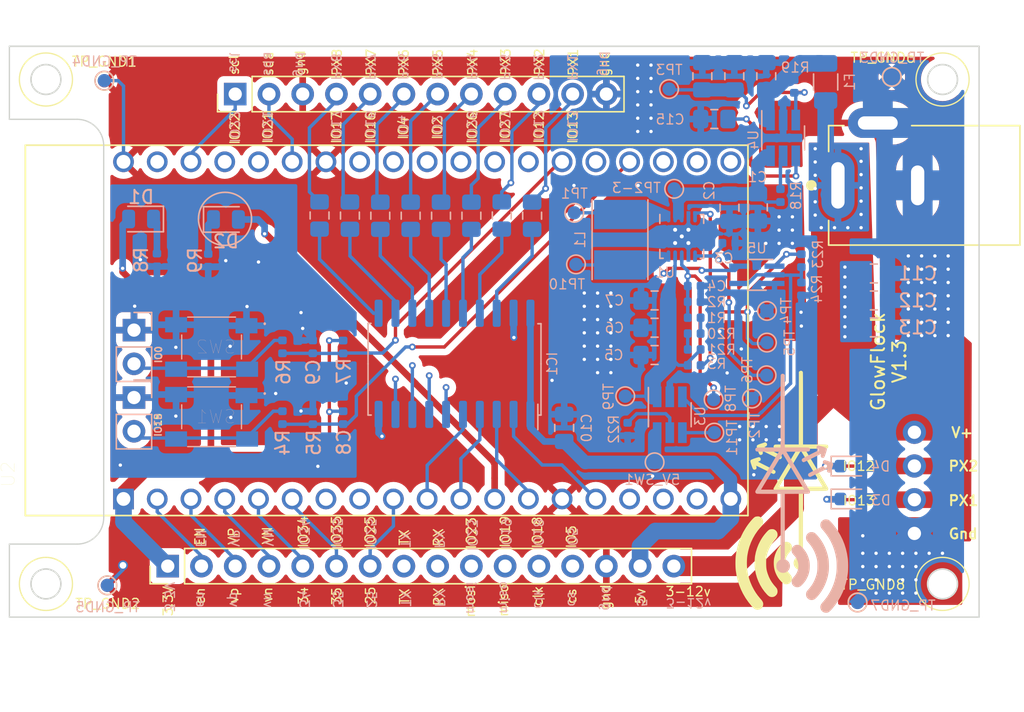
<source format=kicad_pcb>
(kicad_pcb (version 20201116) (generator pcbnew)
  (layers (0 "F.Cu" signal) (1 "In1.Cu" signal) (2 "In2.Cu" signal) (31 "B.Cu" signal) (34 "B.Paste" user) (35 "F.Paste" user) (36 "B.SilkS" user "B.Silkscreen") (37 "F.SilkS" user "F.Silkscreen") (38 "B.Mask" user) (39 "F.Mask" user) (44 "Edge.Cuts" user))
  (net 0 "")
  (net 1 "GND")
  (net 2 "+5V")
  (net 3 "Net-(D1-Pad1)")
  (net 4 "Net-(D2-Pad1)")
  (net 5 "Net-(IC1-Pad18)")
  (net 6 "Net-(IC1-Pad17)")
  (net 7 "Net-(IC1-Pad16)")
  (net 8 "Net-(IC1-Pad15)")
  (net 9 "Net-(IC1-Pad14)")
  (net 10 "Net-(IC1-Pad13)")
  (net 11 "Net-(IC1-Pad12)")
  (net 12 "Net-(IC1-Pad11)")
  (net 13 "/3-12V_FUSED_SW")
  (net 14 "/L1PB")
  (net 15 "/L1PA")
  (net 16 "+3V3")
  (net 17 "/button_2")
  (net 18 "/button_1")
  (net 19 "/pixels_2")
  (net 20 "/pixels_1")
  (net 21 "/pixels_3")
  (net 22 "/pixels_4")
  (net 23 "/pixels_5")
  (net 24 "/pixels_6")
  (net 25 "/pixels_7")
  (net 26 "/pixels_8")
  (net 27 "/level_shift_5")
  (net 28 "/level_shift_6")
  (net 29 "/level_shift_7")
  (net 30 "/level_shift_8")
  (net 31 "/vspi_cs")
  (net 32 "/vspi_clk")
  (net 33 "/vspi_miso")
  (net 34 "/i2c_sda")
  (net 35 "/uart_rx")
  (net 36 "/uart_tx")
  (net 37 "/i2c_scl")
  (net 38 "/vspi_mosi")
  (net 39 "/level_shift_4")
  (net 40 "/level_shift_3")
  (net 41 "/status_led")
  (net 42 "/level_shift_2")
  (net 43 "/level_shift_1")
  (net 44 "/io25")
  (net 45 "/io35")
  (net 46 "/io34")
  (net 47 "/sensor_vn")
  (net 48 "/sensor_vp")
  (net 49 "/en")
  (net 50 "Net-(J5-Pad2)")
  (net 51 "Net-(J6-Pad2)")
  (net 52 "Net-(C3-Pad1)")
  (net 53 "Net-(C16-Pad1)")
  (net 54 "/TPS_FEEDBACK")
  (net 55 "/3-12V_FUSED")
  (net 56 "Net-(R22-Pad1)")
  (net 57 "/5V_Out_PG")
  (net 58 "/EN_2553")
  (net 59 "/3-12V_UNFUSED")
  (net 60 "Net-(TP11-Pad1)")
  (net 61 "Net-(R1-Pad2)")
  (net 62 "Net-(R20-Pad2)")
  (net 63 "Net-(C15-Pad1)")
  (net 64 "Net-(R18-Pad2)")
  (net 65 "VCC")
  (footprint "Connector_PinHeader_2.54mm:PinHeader_1x16_P2.54mm_Vertical" (layer "F.Cu") (at 109.22 137.16 90)
    (fp_text reference "J4" hide)
    (fp_text value "Conn_01x16")
  )
  (footprint "GlowFlock footprints:CUI_PJ-002AH" (layer "F.Cu") (at 159.675 108.475)
    (fp_text reference "J1" hide)
    (fp_text value "DC Jack - PJ-002AH")
  )
  (footprint "WiFi LED Logo:wifi_to_led_18mm" (layer "F.Cu") (at 155.45 131.45 90)
    (fp_text reference "G***" hide)
    (fp_text value "LOGO" hide)
  )
  (footprint "Connector_PinHeader_2.54mm:PinHeader_1x12_P2.54mm_Vertical" (layer "F.Cu") (at 114.3 101.6 90)
    (fp_text reference "J2" hide)
    (fp_text value "Conn_01x12")
  )
  (footprint "TestPoint:TestPoint_Pad_D1.0mm" (layer "F.Cu") (at 104.45 100.6)
    (fp_text reference "TP_GND1")
    (fp_text value "TestPoint")
  )
  (footprint "TestPoint:TestPoint_Pad_D1.0mm" (layer "F.Cu") (at 163.7284 100.3046)
    (fp_text reference "TP_GND6")
    (fp_text value "TestPoint")
  )
  (footprint "TestPoint:TestPoint_Pad_D1.0mm" (layer "F.Cu") (at 104.6734 138.6078)
    (fp_text reference "TP_GND2")
    (fp_text value "TestPoint")
  )
  (footprint "GlowFlock footprints:jst-landing" (layer "F.Cu") (at 165.4302 130.8862)
    (fp_text reference "J3" hide)
    (fp_text value "JST SM")
  )
  (footprint "GlowFlock footprints:MODULE_ESP32-DEVKITC-32D" (layer "F.Cu") (at 125.65 119.4 90)
    (fp_text reference "U2")
    (fp_text value "ESP32-DEVKITC-32D")
  )
  (footprint "TestPoint:TestPoint_Pad_D1.0mm" (layer "F.Cu") (at 161.15 139.9)
    (fp_text reference "TP_GND8")
    (fp_text value "TestPoint")
  )
  (footprint "Resistor_SMD:R_0402_1005Metric" (layer "B.Cu") (at 117.856 125.975 -90)
    (fp_text reference "R4")
    (fp_text value "1K")
  )
  (footprint "Resistor_SMD:R_0402_1005Metric" (layer "B.Cu") (at 148.850666 117.24822)
    (fp_text reference "R2")
    (fp_text value "100K")
  )
  (footprint "WiFi LED Logo:wifi_to_led_18mm" (layer "B.Cu") (at 156.95 131.675 90)
    (fp_text reference "G***" hide)
    (fp_text value "LOGO" hide)
  )
  (footprint "TestPoint:TestPoint_Pad_D1.0mm" (layer "B.Cu") (at 161.15 139.9 180)
    (fp_text reference "TP_GND7")
    (fp_text value "TestPoint")
  )
  (footprint "TestPoint:TestPoint_Pad_D1.0mm" (layer "B.Cu") (at 104.4448 100.584 180)
    (fp_text reference "TP_GND4")
    (fp_text value "TestPoint")
  )
  (footprint "LED_SMD:LED_0805_2012Metric" (layer "B.Cu") (at 113.599077 111.043878)
    (fp_text reference "D2")
    (fp_text value "Green LED")
  )
  (footprint "TestPoint:TestPoint_Pad_D1.0mm" (layer "B.Cu") (at 154.3304 120.3198 -90)
    (fp_text reference "TP5")
    (fp_text value "TestPoint")
  )
  (footprint "Resistor_SMD:R_0805_2012Metric_Pad1.15x1.40mm_HandSolder" (layer "B.Cu") (at 132.08 110.762 90)
    (fp_text reference "R12" hide)
    (fp_text value "100")
  )
  (footprint "Capacitor_SMD:C_0805_2012Metric_Pad1.15x1.40mm_HandSolder" (layer "B.Cu") (at 153.6446 110.1344 -90)
    (fp_text reference "C1")
    (fp_text value "10uF")
  )
  (footprint "Capacitor_SMD:C_0805_2012Metric_Pad1.15x1.40mm_HandSolder" (layer "B.Cu") (at 145.8722 119.2022 180)
    (fp_text reference "C6")
    (fp_text value "22uF")
  )
  (footprint "Resistor_SMD:R_0402_1005Metric" (layer "B.Cu") (at 108.4072 114.0968 -90)
    (fp_text reference "R8")
    (fp_text value "1K")
  )
  (footprint "Resistor_SMD:R_0805_2012Metric_Pad1.15x1.40mm_HandSolder" (layer "B.Cu") (at 136.652 110.762 90)
    (fp_text reference "R10" hide)
    (fp_text value "100")
  )
  (footprint "TestPoint:TestPoint_Pad_D1.0mm" (layer "B.Cu") (at 163.7284 100.3046 180)
    (fp_text reference "TP_GND3")
    (fp_text value "TestPoint")
  )
  (footprint "TestPoint:TestPoint_Pad_D1.0mm" (layer "B.Cu") (at 139.827 110.5408 180)
    (fp_text reference "TP1")
    (fp_text value "TestPoint")
  )
  (footprint "Capacitor_SMD:C_0805_2012Metric_Pad1.15x1.40mm_HandSolder" (layer "B.Cu") (at 151.511 110.1628 -90)
    (fp_text reference "C2")
    (fp_text value "10uF")
  )
  (footprint "TestPoint:TestPoint_Pad_D1.0mm" (layer "B.Cu") (at 153.2 124.5362 90)
    (fp_text reference "TP2")
    (fp_text value "TestPoint")
  )
  (footprint "Resistor_SMD:R_0402_1005Metric" (layer "B.Cu") (at 156.3878 101.0158 -90)
    (fp_text reference "R19")
    (fp_text value "4.7k")
  )
  (footprint "Capacitor_SMD:C_0805_2012Metric_Pad1.15x1.40mm_HandSolder" (layer "B.Cu") (at 162.3822 119.1768)
    (fp_text reference "C13")
    (fp_text value "10uF")
  )
  (footprint "Capacitor_SMD:C_0805_2012Metric_Pad1.15x1.40mm_HandSolder" (layer "B.Cu") (at 151.8738 100.2538 90)
    (fp_text reference "C17")
    (fp_text value "22uF")
  )
  (footprint "Resistor_SMD:R_0402_1005Metric" (layer "B.Cu") (at 122.428 120.65 -90)
    (fp_text reference "R7")
    (fp_text value "10k")
  )
  (footprint "Resistor_SMD:R_0402_1005Metric" (layer "B.Cu") (at 117.856 120.641 -90)
    (fp_text reference "R6")
    (fp_text value "1K")
  )
  (footprint "GlowFlock footprints:Tactile_Switch" (layer "B.Cu") (at 112.522 125.908 180)
    (fp_text reference "SW1")
    (fp_text value "SW_MEC_5G")
  )
  (footprint "Resistor_SMD:R_0402_1005Metric" (layer "B.Cu") (at 156.9212 116.2812 90)
    (fp_text reference "R24")
    (fp_text value "NP")
  )
  (footprint "Capacitor_SMD:C_0805_2012Metric_Pad1.15x1.40mm_HandSolder" (layer "B.Cu") (at 145.8722 121.2596 180)
    (fp_text reference "C5")
    (fp_text value "22uF")
  )
  (footprint "Resistor_SMD:R_0805_2012Metric_Pad1.15x1.40mm_HandSolder" (layer "B.Cu") (at 122.936 110.753 90)
    (fp_text reference "R16" hide)
    (fp_text value "100")
  )
  (footprint "LED_SMD:LED_0805_2012Metric" (layer "B.Cu") (at 107.211767 111.010482 180)
    (fp_text reference "D1")
    (fp_text value "Red LED")
  )
  (footprint "TestPoint:TestPoint_Pad_D1.0mm" (layer "B.Cu") (at 150.3172 124.6124 90)
    (fp_text reference "TP8")
    (fp_text value "TestPoint")
  )
  (footprint "Capacitor_SMD:C_0805_2012Metric_Pad1.15x1.40mm_HandSolder" (layer "B.Cu") (at 150.368 103.4796 180)
    (fp_text reference "C15")
    (fp_text value "100pF")
  )
  (footprint "Fuse:Fuse_1206_3216Metric" (layer "B.Cu") (at 158.75 100.6856 90)
    (fp_text reference "F1")
    (fp_text value "3A Fuse")
  )
  (footprint "Capacitor_SMD:C_0402_1005Metric" (layer "B.Cu") (at 120.142 120.641 90)
    (fp_text reference "C9")
    (fp_text value "0.1µF")
  )
  (footprint "Resistor_SMD:R_0402_1005Metric" (layer "B.Cu") (at 148.850666 119.63946 180)
    (fp_text reference "R20")
    (fp_text value "300K")
  )
  (footprint "Package_TO_SOT_SMD:SOT-23-6_Handsoldering" (layer "B.Cu") (at 147.0152 125.7554 -90)
    (fp_text reference "U3")
    (fp_text value "TPS2553DBVR")
  )
  (footprint "Capacitor_SMD:C_0402_1005Metric" (layer "B.Cu") (at 120.142 125.984 90)
    (fp_text reference "C8")
    (fp_text value "0.1µF")
  )
  (footprint "Capacitor_SMD:C_0805_2012Metric_Pad1.15x1.40mm_HandSolder" (layer "B.Cu") (at 145.8722 117.1448 180)
    (fp_text reference "C7")
    (fp_text value "22uF")
  )
  (footprint "Capacitor_SMD:C_0805_2012Metric_Pad1.15x1.40mm_HandSolder" (layer "B.Cu") (at 154.2796 100.2538 90)
    (fp_text reference "C14")
    (fp_text value "10uF")
  )
  (footprint "TestPoint:TestPoint_Pad_D1.0mm" (layer "B.Cu") (at 147.3454 108.7374 180)
    (fp_text reference "TP2-3")
    (fp_text value "TestPoint")
  )
  (footprint "Resistor_SMD:R_0805_2012Metric_Pad1.15x1.40mm_HandSolder" (layer "B.Cu") (at 125.222 110.762 90)
    (fp_text reference "R15" hide)
    (fp_text value "100")
  )
  (footprint "Diode_SMD:D_0603_1608Metric" (layer "B.Cu") (at 160.65 129.625)
    (fp_text reference "D4")
    (fp_text value "D")
  )
  (footprint "Resistor_SMD:R_0402_1005Metric" (layer "B.Cu") (at 122.428 125.975 -90)
    (fp_text reference "R5")
    (fp_text value "10k")
  )
  (footprint "GlowFlock footprints:Tactile_Switch" (layer "B.Cu") (at 112.522 120.65 180)
    (fp_text reference "SW2")
    (fp_text value "SW_MEC_5G")
  )
  (footprint "TestPoint:TestPoint_Pad_D1.0mm" (layer "B.Cu") (at 139.954 114.427)
    (fp_text reference "TP10")
    (fp_text value "TestPoint")
  )
  (footprint "TestPoint:TestPoint_Pad_D1.0mm" (layer "B.Cu") (at 150.368 127.1016 90)
    (fp_text reference "TP11")
    (fp_text value "TestPoint")
  )
  (footprint "Capacitor_SMD:C_0805_2012Metric_Pad1.15x1.40mm_HandSolder" (layer "B.Cu") (at 139.065 126.746 90)
    (fp_text reference "C10")
    (fp_text value "1uF")
  )
  (footprint "TestPoint:TestPoint_Pad_D1.0mm" (layer "B.Cu") (at 145.8722 129.3368 180)
    (fp_text reference "5V_SW1")
    (fp_text value "TestPoint")
  )
  (footprint "Resistor_SMD:R_0402_1005Metric" (layer "B.Cu") (at 143.8402 126.8476 -90)
    (fp_text reference "R22")
    (fp_text value "15")
  )
  (footprint "Capacitor_SMD:C_0402_1005Metric" (layer "B.Cu") (at 151.4602 112.8268)
    (fp_text reference "C3")
    (fp_text value "0.1uF")
  )
  (footprint "Resistor_SMD:R_0805_2012Metric_Pad1.15x1.40mm_HandSolder" (layer "B.Cu") (at 129.794 110.762 90)
    (fp_text reference "R13" hide)
    (fp_text value "100")
  )
  (footprint "Inductor_SMD:L_Taiyo-Yuden_NR-40xx_HandSoldering" (layer "B.Cu") (at 143.2671 112.5706 -90)
    (fp_text reference "L1")
    (fp_text value "1uH")
  )
  (footprint "Capacitor_SMD:C_0805_2012Metric_Pad1.15x1.40mm_HandSolder" (layer "B.Cu") (at 162.3822 115.1128)
    (fp_text reference "C11")
    (fp_text value "10uF")
  )
  (footprint "TestPoint:TestPoint_Pad_D1.0mm" (layer "B.Cu") (at 104.6734 138.6078 180)
    (fp_text reference "TP_GND5")
    (fp_text value "TestPoint")
  )
  (footprint "Resistor_SMD:R_0805_2012Metric_Pad1.15x1.40mm_HandSolder" (layer "B.Cu") (at 120.65 110.744 90)
    (fp_text reference "R17" hide)
    (fp_text value "100")
  )
  (footprint "TestPoint:TestPoint_Pad_D1.0mm" (layer "B.Cu") (at 154.3304 117.9322 90)
    (fp_text reference "TP4")
    (fp_text value "TestPoint")
  )
  (footprint "Package_TO_SOT_SMD:SOT-353_SC-70-5_Handsoldering" (layer "B.Cu") (at 153.5684 115.2144 180)
    (fp_text reference "U5")
    (fp_text value "74LVC1G32")
  )
  (footprint "Resistor_SMD:R_0402_1005Metric" (layer "B.Cu") (at 155.3464 109.2454 90)
    (fp_text reference "R18")
    (fp_text value "0")
  )
  (footprint "Resistor_SMD:R_0402_1005Metric" (layer "B.Cu") (at 148.850666 122.0307)
    (fp_text reference "R3")
    (fp_text value "1M")
  )
  (footprint "TestPoint:TestPoint_Pad_D1.0mm" (layer "B.Cu") (at 143.6624 124.3584 90)
    (fp_text reference "TP9")
    (fp_text value "TestPoint")
  )
  (footprint "Resistor_SMD:R_0402_1005Metric" (layer "B.Cu") (at 148.850666 118.44384)
    (fp_text reference "R1")
    (fp_text value "300K")
  )
  (footprint "Capacitor_SMD:C_0805_2012Metric_Pad1.15x1.40mm_HandSolder" (layer "B.Cu") (at 162.3822 117.1448)
    (fp_text reference "C12")
    (fp_text value "10uF")
  )
  (footprint "Resistor_SMD:R_0402_1005Metric" (layer "B.Cu") (at 148.850666 120.83508)
    (fp_text reference "R21")
    (fp_text value "300K")
  )
  (footprint "TestPoint:TestPoint_Pad_D1.0mm" (layer "B.Cu") (at 146.9644 101.219 180)
    (fp_text reference "TP3")
    (fp_text value "TestPoint")
  )
  (footprint "Package_TO_SOT_SMD:SOT-23-6_Handsoldering" (layer "B.Cu") (at 155.5496 104.902 -90)
    (fp_text reference "U4")
    (fp_text value "TPS22810DBVR")
  )
  (footprint "TestPoint:TestPoint_Pad_D1.0mm" (layer "B.Cu") (at 154.305 122.7836 90)
    (fp_text reference "TP6")
    (fp_text value "TestPoint")
  )
  (footprint "Diode_SMD:D_0603_1608Metric" (layer "B.Cu") (at 160.65 132.100212)
    (fp_text reference "D3")
    (fp_text value "D")
  )
  (footprint "Connector_PinHeader_2.54mm:PinHeader_1x02_P2.54mm_Vertical" (layer "B.Cu") (at 106.68 124.46 180)
    (fp_text reference "J5" hide)
    (fp_text value "switch_jumpers")
  )
  (footprint "Package_SON:Texas_S-PWSON-N10_ThermalVias" (layer "B.Cu") (at 147.9171 112.3206 -90)
    (fp_text reference "U1")
    (fp_text value "TPS63060")
  )
  (footprint "Capacitor_SMD:C_0402_1005Metric" (layer "B.Cu") (at 148.850666 116.0526)
    (fp_text reference "C4")
    (fp_text value "10pF")
  )
  (footprint "Resistor_SMD:R_0402_1005Metric" (layer "B.Cu") (at 156.9212 114.1476 -90)
    (fp_text reference "R23")
    (fp_text value "0")
  )
  (footprint "Capacitor_SMD:C_0805_2012Metric_Pad1.15x1.40mm_HandSolder" (layer "B.Cu") (at 149.468 100.2538 90)
    (fp_text reference "C16")
    (fp_text value "22uF")
  )
  (footprint "GlowFlock footprints:SOIC-20W_7.5x10.0mm_P1.27mm" (layer "B.Cu") (at 130.81 121.92 90)
    (fp_text reference "IC1")
    (fp_text value "74HCT245")
  )
  (footprint "Resistor_SMD:R_0805_2012Metric_Pad1.15x1.40mm_HandSolder" (layer "B.Cu") (at 134.366 110.744 90)
    (fp_text reference "R11" hide)
    (fp_text value "100")
  )
  (footprint "Connector_PinHeader_2.54mm:PinHeader_1x02_P2.54mm_Vertical" (layer "B.Cu") (at 106.68 119.38 180)
    (fp_text reference "J6" hide)
    (fp_text value "switch_jumpers")
  )
  (footprint "Resistor_SMD:R_0402_1005Metric" (layer "B.Cu") (at 112.268 114.1222 -90)
    (fp_text reference "R9")
    (fp_text value "1K")
  )
  (footprint "Resistor_SMD:R_0805_2012Metric_Pad1.15x1.40mm_HandSolder" (layer "B.Cu") (at 127.508 110.762 90)
    (fp_text reference "R14" hide)
    (fp_text value "100")
  )
  (gr_circle (center 113.533 110.998) (end 115.533 110.998) (layer "B.SilkS") (width 0.12) (fill none))
  (gr_circle (center 100.05 100.5) (end 102.05 100.5) (layer "F.SilkS") (width 0.1) (fill none))
  (gr_circle (center 100.05 138.5) (end 102.05 138.5) (layer "F.SilkS") (width 0.1) (fill none))
  (gr_circle (center 167.55 138.5) (end 169.55 138.5) (layer "F.SilkS") (width 0.1) (fill none))
  (gr_circle (center 167.55 100.5) (end 169.55 100.5) (layer "F.SilkS") (width 0.1) (fill none))
  (gr_line (start 170.3 141) (end 170.3 98) (layer "Edge.Cuts") (width 0.1))
  (gr_line (start 170.3 141) (end 97.3 141) (layer "Edge.Cuts") (width 0.1))
  (gr_line (start 97.3 135.5) (end 97.3 141) (layer "Edge.Cuts") (width 0.1))
  (gr_arc (start 102.4 133.5) (end 102.4 135.5) (angle -90) (layer "Edge.Cuts") (width 0.1))
  (gr_line (start 104.4 133.5) (end 104.4 105.5) (layer "Edge.Cuts") (width 0.1))
  (gr_line (start 97.3 98) (end 97.3 103.5) (layer "Edge.Cuts") (width 0.1))
  (gr_circle (center 100.05 138.5) (end 101.175 138.5) (layer "Edge.Cuts") (width 0.12) (fill none))
  (gr_arc (start 102.4 105.5) (end 104.4 105.5) (angle -90) (layer "Edge.Cuts") (width 0.1))
  (gr_circle (center 100.05 100.5) (end 101.175 100.5) (layer "Edge.Cuts") (width 0.12) (fill none))
  (gr_line (start 97.3 98) (end 170.3 98) (layer "Edge.Cuts") (width 0.12))
  (gr_circle (center 167.55 138.5) (end 168.675 138.5) (layer "Edge.Cuts") (width 0.12) (fill none))
  (gr_line (start 102.4 135.5) (end 97.3 135.5) (layer "Edge.Cuts") (width 0.1))
  (gr_circle (center 167.55 100.5) (end 168.675 100.5) (layer "Edge.Cuts") (width 0.12) (fill none))
  (gr_line (start 102.4 103.5) (end 97.3 103.5) (layer "Edge.Cuts") (width 0.1))
  (gr_text "IO34" (at 119.4828 134.7262 270) (layer "B.SilkS") (effects (font (size 0.7 0.7) (thickness 0.1)) (justify mirror)))
  (gr_text "3.3V" (at 109.3416 139.4841 270) (layer "B.SilkS") (effects (font (size 0.7 0.7) (thickness 0.1)) (justify mirror)))
  (gr_text "IO13" (at 139.6758 103.9996 270) (layer "B.SilkS") (effects (font (size 0.7 0.7) (thickness 0.1)) (justify mirror)))
  (gr_text "PX5" (at 129.4696 99.5246 270) (layer "B.SilkS") (effects (font (size 0.7 0.7) (thickness 0.1)) (justify mirror)))
  (gr_text "en" (at 111.7292 139.6492 270) (layer "B.SilkS") (effects (font (size 0.7 0.7) (thickness 0.1)) (justify mirror)))
  (gr_text "5v" (at 144.8889 139.6238 270) (layer "B.SilkS") (effects (font (size 0.7 0.7) (thickness 0.1)) (justify mirror)))
  (gr_text "IO12" (at 137.1358 103.9742 270) (layer "B.SilkS") (effects (font (size 0.7 0.7) (thickness 0.1)) (justify mirror)))
  (gr_text "IO35" (at 121.9828 134.7012 270) (layer "B.SilkS") (effects (font (size 0.7 0.7) (thickness 0.1)) (justify mirror)))
  (gr_text "IO0" (at 108.475 121.225 270) (layer "B.SilkS") (effects (font (size 0.508 0.508) (thickness 0.1)) (justify mirror)))
  (gr_text "TX" (at 127.1216 139.5984 270) (layer "B.SilkS") (effects (font (size 0.7 0.7) (thickness 0.1)) (justify mirror)))
  (gr_text "PX7" (at 124.4404 99.55 270) (layer "B.SilkS") (effects (font (size 0.7 0.7) (thickness 0.1)) (justify mirror)))
  (gr_text "cs" (at 139.6946 139.6238 270) (layer "B.SilkS") (effects (font (size 0.7 0.7) (thickness 0.1)) (justify mirror)))
  (gr_text "TX" (at 127.0828 135.1512 270) (layer "B.SilkS") (effects (font (size 0.7 0.7) (thickness 0.1)) (justify mirror)))
  (gr_text "PX6" (at 126.9042 99.5246 270) (layer "B.SilkS") (effects (font (size 0.7 0.7) (thickness 0.1)) (justify mirror)))
  (gr_text "IO27" (at 134.5958 103.9742 270) (layer "B.SilkS") (effects (font (size 0.7 0.7) (thickness 0.1)) (justify mirror)))
  (gr_text "sda" (at 116.8019 99.3013 270) (layer "B.SilkS") (effects (font (size 0.7 0.7) (thickness 0.1)) (justify mirror)))
  (gr_text "VN" (at 116.78 134.9988 270) (layer "B.SilkS") (effects (font (size 0.7 0.7) (thickness 0.1)) (justify mirror)))
  (gr_text "EN" (at 111.7 135.075 270) (layer "B.SilkS") (effects (font (size 0.7 0.7) (thickness 0.1)) (justify mirror)))
  (gr_text "IO19" (at 134.6828 134.7262 270) (layer "B.SilkS") (effects (font (size 0.7 0.7) (thickness 0.1)) (justify mirror)))
  (gr_text "scl" (at 114.2238 99.2124 270) (layer "B.SilkS") (effects (font (size 0.7 0.7) (thickness 0.1)) (justify mirror)))
  (gr_text "gnd" (at 142.26 139.573 270) (layer "B.SilkS") (effects (font (size 0.7 0.7) (thickness 0.1)) (justify mirror)))
  (gr_text "RX" (at 129.6578 135.1512 270) (layer "B.SilkS") (effects (font (size 0.7 0.7) (thickness 0.1)) (justify mirror)))
  (gr_text "gnd" (at 142.1003 99.3013 270) (layer "B.SilkS") (effects (font (size 0.7 0.7) (thickness 0.1)) (justify mirror)))
  (gr_text "PX2" (at 137.115 99.5754 270) (layer "B.SilkS") (effects (font (size 0.7 0.7) (thickness 0.1)) (justify mirror)))
  (gr_text "25" (at 124.5562 139.6746 270) (layer "B.SilkS") (effects (font (size 0.7 0.7) (thickness 0.1)) (justify mirror)))
  (gr_text "vn" (at 116.8092 139.7254 270) (layer "B.SilkS") (effects (font (size 0.7 0.7) (thickness 0.1)) (justify mirror)))
  (gr_text "RX" (at 129.687 139.573 270) (layer "B.SilkS") (effects (font (size 0.7 0.7) (thickness 0.1)) (justify mirror)))
  (gr_text "PX8" (at 121.875 99.55 270) (layer "B.SilkS") (effects (font (size 0.7 0.7) (thickness 0.1)) (justify mirror)))
  (gr_text "IO26" (at 132.1066 103.9996 270) (layer "B.SilkS") (effects (font (size 0.7 0.7) (thickness 0.1)) (justify mirror)))
  (gr_text "34" (at 119.5016 139.6492 270) (layer "B.SilkS") (effects (font (size 0.7 0.7) (thickness 0.1)) (justify mirror)))
  (gr_text "IO25" (at 124.5078 134.7262 270) (layer "B.SilkS") (effects (font (size 0.7 0.7) (thickness 0.1)) (justify mirror)))
  (gr_text "gnd" (at 119.2022 99.3648 270) (layer "B.SilkS") (effects (font (size 0.7 0.7) (thickness 0.1)) (justify mirror)))
  (gr_text "VP" (at 114.2146 135.0496 270) (layer "B.SilkS") (effects (font (size 0.7 0.7) (thickness 0.1)) (justify mirror)))
  (gr_text "IO5" (at 139.6654 135.1004 270) (layer "B.SilkS") (effects (font (size 0.7 0.7) (thickness 0.1)) (justify mirror)))
  (gr_text "IO4" (at 126.925 104.025 270) (layer "B.SilkS") (effects (font (size 0.7 0.7) (thickness 0.1)) (justify mirror)))
  (gr_text "IO18" (at 137.1078 134.7762 270) (layer "B.SilkS") (effects (font (size 0.7 0.7) (thickness 0.1)) (justify mirror)))
  (gr_text "35" (at 122.0162 139.6238 270) (layer "B.SilkS") (effects (font (size 0.7 0.7) (thickness 0.1)) (justify mirror)))
  (gr_text "vp" (at 114.2438 139.6746 270) (layer "B.SilkS") (effects (font (size 0.7 0.7) (thickness 0.1)) (justify mirror)))
  (gr_text "PX4" (at 132.0858 99.55 270) (layer "B.SilkS") (effects (font (size 0.7 0.7) (thickness 0.1)) (justify mirror)))
  (gr_text "PX1" (at 139.655 99.55 270) (layer "B.SilkS") (effects (font (size 0.7 0.7) (thickness 0.1)) (justify mirror)))
  (gr_text "clk" (at 137.1673 139.6238 270) (layer "B.SilkS") (effects (font (size 0.7 0.7) (thickness 0.1)) (justify mirror)))
  (gr_text "IO16" (at 124.4612 103.9996 270) (layer "B.SilkS") (effects (font (size 0.7 0.7) (thickness 0.1)) (justify mirror)))
  (gr_text "IO22" (at 114.2488 104.0648 270) (layer "B.SilkS") (effects (font (size 0.7 0.7) (thickness 0.1)) (justify mirror)))
  (gr_text "IO23" (at 132.1328 134.8262 270) (layer "B.SilkS") (effects (font (size 0.7 0.7) (thickness 0.1)) (justify mirror)))
  (gr_text "mosi" (at 132.0492 139.5476 270) (layer "B.SilkS") (effects (font (size 0.7 0.7) (thickness 0.1)) (justify mirror)))
  (gr_text "IO17" (at 121.8958 103.9996 270) (layer "B.SilkS") (effects (font (size 0.7 0.7) (thickness 0.1)) (justify mirror)))
  (gr_text "3-12v" (at 148.4358 139.9322 180) (layer "B.SilkS") (effects (font (size 0.7 0.7) (thickness 0.1)) (justify mirror)))
  (gr_text "IO21" (at 116.7238 103.9898 270) (layer "B.SilkS") (effects (font (size 0.7 0.7) (thickness 0.1)) (justify mirror)))
  (gr_text "IO15" (at 108.45 126.525 270) (layer "B.SilkS") (effects (font (size 0.508 0.508) (thickness 0.1)) (justify mirror)))
  (gr_text "IO2" (at 129.4904 104.025 270) (layer "B.SilkS") (effects (font (size 0.7 0.7) (thickness 0.1)) (justify mirror)))
  (gr_text "PX3" (at 134.575 99.5754 270) (layer "B.SilkS") (effects (font (size 0.7 0.7) (thickness 0.1)) (justify mirror)))
  (gr_text "miso" (at 134.5638 139.5222 270) (layer "B.SilkS") (effects (font (size 0.7 0.7) (thickness 0.1)) (justify mirror)))
  (gr_text "PX6" (at 127 99.2254 90) (layer "F.SilkS") (effects (font (size 0.7 0.7) (thickness 0.1))))
  (gr_text "IO12" (at 137.162 104.1094 90) (layer "F.SilkS") (effects (font (size 0.7 0.7) (thickness 0.1))))
  (gr_text "25" (at 124.4854 139.3698 90) (layer "F.SilkS") (effects (font (size 0.7 0.7) (thickness 0.1))))
  (gr_text "IO21" (at 116.75 104.125 90) (layer "F.SilkS") (effects (font (size 0.7 0.7) (thickness 0.1))))
  (gr_text "RX" (at 129.6162 139.4714 90) (layer "F.SilkS") (effects (font (size 0.7 0.7) (thickness 0.1))))
  (gr_text "IO15" (at 108.5 126.525 90) (layer "F.SilkS") (effects (font (size 0.508 0.508) (thickness 0.1))))
  (gr_text "VN" (at 116.7222 134.8476 90) (layer "F.SilkS") (effects (font (size 0.7 0.7) (thickness 0.1))))
  (gr_text "gnd" (at 142.1892 139.4714 90) (layer "F.SilkS") (effects (font (size 0.7 0.7) (thickness 0.1))))
  (gr_text "IO13" (at 139.702 104.1348 90) (layer "F.SilkS") (effects (font (size 0.7 0.7) (thickness 0.1))))
  (gr_text "34" (at 119.4308 139.3952 90) (layer "F.SilkS") (effects (font (size 0.7 0.7) (thickness 0.1))))
  (gr_text "35" (at 121.9454 139.4206 90) (layer "F.SilkS") (effects (font (size 0.7 0.7) (thickness 0.1))))
  (gr_text "PX5" (at 129.5654 99.2254 90) (layer "F.SilkS") (effects (font (size 0.7 0.7) (thickness 0.1))))
  (gr_text "TX" (at 127.0508 139.446 90) (layer "F.SilkS") (effects (font (size 0.7 0.7) (thickness 0.1))))
  (gr_text "5v" (at 144.8181 139.4206 90) (layer "F.SilkS") (effects (font (size 0.7 0.7) (thickness 0.1))))
  (gr_text "IO34" (at 119.425 134.575 90) (layer "F.SilkS") (effects (font (size 0.7 0.7) (thickness 0.1))))
  (gr_text "vp" (at 114.173 139.3698 90) (layer "F.SilkS") (effects (font (size 0.7 0.7) (thickness 0.1))))
  (gr_text "PX7" (at 124.5362 99.2 90) (layer "F.SilkS") (effects (font (size 0.7 0.7) (thickness 0.1))))
  (gr_text "mosi" (at 132 139.8 90) (layer "F.SilkS") (effects (font (size 0.7 0.7) (thickness 0.1))))
  (gr_text "IO35" (at 121.925 134.55 90) (layer "F.SilkS") (effects (font (size 0.7 0.7) (thickness 0.1))))
  (gr_text "3-12v" (at 148.3995 139.0777) (layer "F.SilkS") (effects (font (size 0.7 0.7) (thickness 0.1))))
  (gr_text "IO27" (at 134.622 104.1094 90) (layer "F.SilkS") (effects (font (size 0.7 0.7) (thickness 0.1))))
  (gr_text "clk" (at 137.0965 139.4206 90) (layer "F.SilkS") (effects (font (size 0.7 0.7) (thickness 0.1))))
  (gr_text "scl" (at 114.2238 99.3902 90) (layer "F.SilkS") (effects (font (size 0.7 0.7) (thickness 0.1))))
  (gr_text "IO18" (at 137.05 134.625 90) (layer "F.SilkS") (effects (font (size 0.7 0.7) (thickness 0.1))))
  (gr_text "TX" (at 127.025 135 90) (layer "F.SilkS") (effects (font (size 0.7 0.7) (thickness 0.1))))
  (gr_text "EN" (at 111.6422 134.9238 90) (layer "F.SilkS") (effects (font (size 0.7 0.7) (thickness 0.1))))
  (gr_text "PX4" (at 132.1816 99.2 90) (layer "F.SilkS") (effects (font (size 0.7 0.7) (thickness 0.1))))
  (gr_text "sda" (at 116.8019 99.3013 90) (layer "F.SilkS") (effects (font (size 0.7 0.7) (thickness 0.1))))
  (gr_text "cs" (at 139.6238 139.4206 90) (layer "F.SilkS") (effects (font (size 0.7 0.7) (thickness 0.1))))
  (gr_text "PX8" (at 121.9708 99.2 90) (layer "F.SilkS") (effects (font (size 0.7 0.7) (thickness 0.1))))
  (gr_text "IO2" (at 129.5166 104.1602 90) (layer "F.SilkS") (effects (font (size 0.7 0.7) (thickness 0.1))))
  (gr_text "IO23" (at 132.075 134.675 90) (layer "F.SilkS") (effects (font (size 0.7 0.7) (thickness 0.1))))
  (gr_text "IO19" (at 134.625 134.575 90) (layer "F.SilkS") (effects (font (size 0.7 0.7) (thickness 0.1))))
  (gr_text "gnd" (at 119.2022 99.2378 90) (layer "F.SilkS") (effects (font (size 0.7 0.7) (thickness 0.1))))
  (gr_text "gnd" (at 142.1003 99.3013 90) (layer "F.SilkS") (effects (font (size 0.7 0.7) (thickness 0.1))))
  (gr_text "PX1" (at 139.7508 99.2 90) (layer "F.SilkS") (effects (font (size 0.7 0.7) (thickness 0.1))))
  (gr_text "3.3V" (at 109.25 139.8 90) (layer "F.SilkS") (effects (font (size 0.7 0.7) (thickness 0.1))))
  (gr_text "PX3" (at 134.6708 99.1746 90) (layer "F.SilkS") (effects (font (size 0.7 0.7) (thickness 0.1))))
  (gr_text "IO22" (at 114.275 104.2 90) (layer "F.SilkS") (effects (font (size 0.7 0.7) (thickness 0.1))))
  (gr_text "IO5" (at 139.6076 134.9492 90) (layer "F.SilkS") (effects (font (size 0.7 0.7) (thickness 0.1))))
  (gr_text "IO4" (at 126.9512 104.1602 90) (layer "F.SilkS") (effects (font (size 0.7 0.7) (thickness 0.1))))
  (gr_text "VP" (at 114.1568 134.8984 90) (layer "F.SilkS") (effects (font (size 0.7 0.7) (thickness 0.1))))
  (gr_text "IO26" (at 132.1328 104.1348 90) (layer "F.SilkS") (effects (font (size 0.7 0.7) (thickness 0.1))))
  (gr_text "miso" (at 134.493 139.75 90) (layer "F.SilkS") (effects (font (size 0.7 0.7) (thickness 0.1))))
  (gr_text "IO13" (at 161.25 132.225) (layer "F.SilkS") (effects (font (size 0.7 0.7) (thickness 0.1))))
  (gr_text "IO0" (at 108.525 121.225 90) (layer "F.SilkS") (effects (font (size 0.508 0.508) (thickness 0.1))))
  (gr_text "IO16" (at 124.4874 104.1348 90) (layer "F.SilkS") (effects (font (size 0.7 0.7) (thickness 0.1))))
  (gr_text "RX" (at 129.6 135 90) (layer "F.SilkS") (effects (font (size 0.7 0.7) (thickness 0.1))))
  (gr_text "IO25" (at 124.45 134.575 90) (layer "F.SilkS") (effects (font (size 0.7 0.7) (thickness 0.1))))
  (gr_text "vn" (at 116.7384 139.319 90) (layer "F.SilkS") (effects (font (size 0.7 0.7) (thickness 0.1))))
  (gr_text "IO12" (at 161.225 129.625) (layer "F.SilkS") (effects (font (size 0.7 0.7) (thickness 0.1))))
  (gr_text "PX2" (at 137.2108 99.1746 90) (layer "F.SilkS") (effects (font (size 0.7 0.7) (thickness 0.1))))
  (gr_text "IO17" (at 121.922 104.1348 90) (layer "F.SilkS") (effects (font (size 0.7 0.7) (thickness 0.1))))
  (gr_text "en" (at 111.6584 139.3952 90) (layer "F.SilkS") (effects (font (size 0.7 0.7) (thickness 0.1))))
  (gr_text "GlowFlock\nV1.3" (at 163.5 121.75 90) (layer "F.SilkS") (effects (font (size 1 1))))
  (segment (start 165.4302 134.6962) (end 163.9062 134.6962) (width 0.5) (layer "F.Cu") (net 1))
  (segment (start 165.4302 134.6962) (end 165.227 134.6962) (width 0.5) (layer "F.Cu") (net 1))
  (segment (start 165.227 134.6962) (end 165.4556 134.9248) (width 0.5) (layer "F.Cu") (net 1))
  (via (at 155.273 126.6444) (size 0.508) (drill 0.254) (layers "F.Cu" "B.Cu") (net 1))
  (via (at 140.5796 116.586) (size 0.508) (drill 0.254) (layers "F.Cu" "B.Cu") (net 1))
  (via (at 161.544 136.192) (size 0.508) (drill 0.254) (layers "F.Cu" "B.Cu") (net 1))
  (via (at 109.8296 120.6754) (size 0.508) (drill 0.254) (layers "F.Cu" "B.Cu") (net 1))
  (via (at 166.973 114.792) (size 0.508) (drill 0.254) (layers "F.Cu" "B.Cu") (net 1))
  (via (at 166.973 115.792) (size 0.508) (drill 0.254) (layers "F.Cu" "B.Cu") (net 1))
  (via (at 142.5796 116.586) (size 0.508) (drill 0.254) (layers "F.Cu" "B.Cu") (net 1))
  (via (at 144.6022 100.4156) (size 0.508) (drill 0.254) (layers "F.Cu" "B.Cu") (net 1))
  (via (at 166.973 116.792) (size 0.508) (drill 0.254) (layers "F.Cu" "B.Cu") (net 1))
  (via (at 142.5796 118.586) (size 0.508) (drill 0.254) (layers "F.Cu" "B.Cu") (net 1))
  (via (at 144.6022 104.4156) (size 0.508) (drill 0.254) (layers "F.Cu" "B.Cu") (net 1))
  (via (at 141.5796 117.586) (size 0.508) (drill 0.254) (layers "F.Cu" "B.Cu") (net 1))
  (via (at 152.4 120.8024) (size 0.508) (drill 0.254) (layers "F.Cu" "B.Cu") (net 1))
  (via (at 163.544 137.192) (size 0.508) (drill 0.254) (layers "F.Cu" "B.Cu") (net 1))
  (via (at 156.9212 119.0752) (size 0.508) (drill 0.254) (layers "F.Cu" "B.Cu") (net 1))
  (via (at 167.973 116.792) (size 0.508) (drill 0.254) (layers "F.Cu" "B.Cu") (net 1))
  (via (at 141.5796 119.586) (size 0.508) (drill 0.254) (layers "F.Cu" "B.Cu") (net 1))
  (via (at 141.5796 116.586) (size 0.508) (drill 0.254) (layers "F.Cu" "B.Cu") (net 1))
  (via (at 162.544 139.192) (size 0.508) (drill 0.254) (layers "F.Cu" "B.Cu") (net 1))
  (via (at 152.273 126.6444) (size 0.508) (drill 0.254) (layers "F.Cu" "B.Cu") (net 1))
  (via (at 145.6022 104.4156) (size 0.508) (drill 0.254) (layers "F.Cu" "B.Cu") (net 1))
  (via (at 117.348 124.1552) (size 0.508) (drill 0.254) (layers "F.Cu" "B.Cu") (net 1))
  (via (at 145.6022 103.4156) (size 0.508) (drill 0.254) (layers "F.Cu" "B.Cu") (net 1))
  (via (at 156.2448 110.8456) (size 0.508) (drill 0.254) (layers "F.Cu" "B.Cu") (net 1))
  (via (at 165.973 118.792) (size 0.508) (drill 0.254) (layers "F.Cu" "B.Cu") (net 1))
  (via (at 164.973 119.792) (size 0.508) (drill 0.254) (layers "F.Cu" "B.Cu") (net 1))
  (via (at 144.6022 102.4156) (size 0.508) (drill 0.254) (layers "F.Cu" "B.Cu") (net 1))
  (via (at 141.5796 120.586) (size 0.508) (drill 0.254) (layers "F.Cu" "B.Cu") (net 1))
  (via (at 145.6022 101.4156) (size 0.508) (drill 0.254) (layers "F.Cu" "B.Cu") (net 1))
  (via (at 164.544 139.192) (size 0.508) (drill 0.254) (layers "F.Cu" "B.Cu") (net 1))
  (via (at 165.973 114.792) (size 0.508) (drill 0.254) (layers "F.Cu" "B.Cu") (net 1))
  (via (at 140.5796 119.586) (size 0.508) (drill 0.254) (layers "F.Cu" "B.Cu") (net 1))
  (via (at 155.2448 112.8456) (size 0.508) (drill 0.254) (layers "F.Cu" "B.Cu") (net 1))
  (via (at 113.5888 114.1476) (size 0.508) (drill 0.254) (layers "F.Cu" "B.Cu") (net 1))
  (via (at 164.544 136.192) (size 0.508) (drill 0.254) (layers "F.Cu" "B.Cu") (net 1))
  (via (at 164.973 117.792) (size 0.508) (drill 0.254) (layers "F.Cu" "B.Cu") (net 1))
  (via (at 119.38 119.253) (size 0.508) (drill 0.254) (layers "F.Cu" "B.Cu") (net 1))
  (via (at 166.973 117.792) (size 0.508) (drill 0.254) (layers "F.Cu" "B.Cu") (net 1))
  (via (at 105.65 129.55) (size 0.508) (drill 0.254) (layers "F.Cu" "B.Cu") (net 1))
  (via (at 163.544 136.192) (size 0.508) (drill 0.254) (layers "F.Cu" "B.Cu") (net 1))
  (via (at 167.973 113.792) (size 0.508) (drill 0.254) (layers "F.Cu" "B.Cu") (net 1))
  (via (at 139.8016 108.4834) (size 0.508) (drill 0.254) (layers "F.Cu" "B.Cu") (net 1))
  (via (at 145.6022 99.4156) (size 0.508) (drill 0.254) (layers "F.Cu" "B.Cu") (net 1))
  (via (at 165.544 139.192) (size 0.508) (drill 0.254) (layers "F.Cu" "B.Cu") (net 1))
  (via (at 156.8958 118.0338) (size 0.508) (drill 0.254) (layers "F.Cu" "B.Cu") (net 1))
  (via (at 144.6276 108.4834) (size 0.508) (drill 0.254) (layers "F.Cu" "B.Cu") (net 1))
  (via (at 166.973 113.792) (size 0.508) (drill 0.254) (layers "F.Cu" "B.Cu") (net 1))
  (via (at 164.973 118.792) (size 0.508) (drill 0.254) (layers "F.Cu" "B.Cu") (net 1))
  (via (at 142.5796 121.586) (size 0.508) (drill 0.254) (layers "F.Cu" "B.Cu") (net 1))
  (via (at 164.544 137.192) (size 0.508) (drill 0.254) (layers "F.Cu" "B.Cu") (net 1))
  (via (at 113.9698 125.9586) (size 0.508) (drill 0.254) (layers "F.Cu" "B.Cu") (net 1))
  (via (at 155.273 127.6444) (size 0.508) (drill 0.254) (layers "F.Cu" "B.Cu") (net 1))
  (via (at 109.8296 125.857) (size 0.508) (drill 0.254) (layers "F.Cu" "B.Cu") (net 1))
  (via (at 167.973 114.792) (size 0.508) (drill 0.254) (layers "F.Cu" "B.Cu") (net 1))
  (via (at 164.544 138.192) (size 0.508) (drill 0.254) (layers "F.Cu" "B.Cu") (net 1))
  (via (at 156.2448 112.8456) (size 0.508) (drill 0.254) (layers "F.Cu" "B.Cu") (net 1))
  (via (at 163.544 139.192) (size 0.508) (drill 0.254) (layers "F.Cu" "B.Cu") (net 1))
  (via (at 162.544 138.192) (size 0.508) (drill 0.254) (layers "F.Cu" "B.Cu") (net 1))
  (via (at 166.973 119.792) (size 0.508) (drill 0.254) (layers "F.Cu" "B.Cu") (net 1))
  (via (at 161.544 134.874) (size 0.508) (drill 0.254) (layers "F.Cu" "B.Cu") (net 1))
  (via (at 144.6022 99.4156) (size 0.508) (drill 0.254) (layers "F.Cu" "B.Cu") (net 1))
  (via (at 122.6566 123.3678) (size 0.508) (drill 0.254) (layers "F.Cu" "B.Cu") (net 1))
  (via (at 141.5796 121.586) (size 0.508) (drill 0.254) (layers "F.Cu" "B.Cu") (net 1))
  (via (at 165.973 113.792) (size 0.508) (drill 0.254) (layers "F.Cu" "B.Cu") (net 1))
  (via (at 145.7198 130.3782) (size 0.508) (drill 0.254) (layers "F.Cu" "B.Cu") (net 1))
  (via (at 145.6022 100.4156) (size 0.508) (drill 0.254) (layers "F.Cu" "B.Cu") (net 1))
  (via (at 140.5796 118.586) (size 0.508) (drill 0.254) (layers "F.Cu" "B.Cu") (net 1))
  (via (at 141.5796 122.586) (size 0.508) (drill 0.254) (layers "F.Cu" "B.Cu") (net 1))
  (via (at 164.973 115.792) (size 0.508) (drill 0.254) (layers "F.Cu" "B.Cu") (net 1))
  (via (at 152.273 127.6444) (size 0.508) (drill 0.254) (layers "F.Cu" "B.Cu") (net 1))
  (via (at 144.6022 103.4156) (size 0.508) (drill 0.254) (layers "F.Cu" "B.Cu") (net 1))
  (via (at 154.273 126.6444) (size 0.508) (drill 0.254) (layers "F.Cu" "B.Cu") (net 1))
  (via (at 165.973 119.792) (size 0.508) (drill 0.254) (layers "F.Cu" "B.Cu") (net 1))
  (via (at 144.6022 101.4156) (size 0.508) (drill 0.254) (layers "F.Cu" "B.Cu") (net 1))
  (via (at 165.973 116.792) (size 0.508) (drill 0.254) (layers "F.Cu" "B.Cu") (net 1))
  (via (at 165.973 117.792) (size 0.508) (drill 0.254) (layers "F.Cu" "B.Cu") (net 1))
  (via (at 167.973 117.792) (size 0.508) (drill 0.254) (layers "F.Cu" "B.Cu") (net 1))
  (via (at 120.523 129.6416) (size 0.508) (drill 0.254) (layers "F.Cu" "B.Cu") (net 1))
  (via (at 142.5796 117.586) (size 0.508) (drill 0.254) (layers "F.Cu" "B.Cu") (net 1))
  (via (at 161.544 137.192) (size 0.508) (drill 0.254) (layers "F.Cu" "B.Cu") (net 1))
  (via (at 162.544 136.192) (size 0.508) (drill 0.254) (layers "F.Cu" "B.Cu") (net 1))
  (via (at 167.544 136.192) (size 0.508) (drill 0.254) (layers "F.Cu" "B.Cu") (net 1))
  (via (at 167.973 118.792) (size 0.508) (drill 0.254) (layers "F.Cu" "B.Cu") (net 1))
  (via (at 164.973 116.792) (size 0.508) (drill 0.254) (layers "F.Cu" "B.Cu") (net 1))
  (via (at 150.7744 119.4816) (size 0.508) (drill 0.254) (layers "F.Cu" "B.Cu") (net 1))
  (via (at 166.544 136.192) (size 0.508) (drill 0.254) (layers "F.Cu" "B.Cu") (net 1))
  (via (at 142.5796 119.586) (size 0.508) (drill 0.254) (layers "F.Cu" "B.Cu") (net 1))
  (via (at 155.2448 110.8456) (size 0.508) (drill 0.254) (layers "F.Cu" "B.Cu") (net 1))
  (via (at 165.544 138.192) (size 0.508) (drill 0.254) (layers "F.Cu" "B.Cu") (net 1))
  (via (at 142.5796 120.586) (size 0.508) (drill 0.254) (layers "F.Cu" "B.Cu") (net 1))
  (via (at 140.5796 117.586) (size 0.508) (drill 0.254) (layers "F.Cu" "B.Cu") (net 1))
  (via (at 116.0526 114.2492) (size 0.508) (drill 0.254) (layers "F.Cu" "B.Cu") (net 1))
  (via (at 115.189 117.602) (size 0.508) (drill 0.254) (layers "F.Cu" "B.Cu") (net 1))
  (via (at 164.973 113.792) (size 0.508) (drill 0.254) (layers "F.Cu" "B.Cu") (net 1))
  (via (at 166.973 118.792) (size 0.508) (drill 0.254) (layers "F.Cu" "B.Cu") (net 1))
  (via (at 140.5796 121.586) (size 0.508) (drill 0.254) (layers "F.Cu" "B.Cu") (net 1))
  (via (at 107.1626 114.0714) (size 0.508) (drill 0.254) (layers "F.Cu" "B.Cu") (net 1))
  (via (at 106.7308 117.5766) (size 0.508) (drill 0.254) (layers "F.Cu" "B.Cu") (net 1))
  (via (at 154.273 127.6444) (size 0.508) (drill 0.254) (layers "F.Cu" "B.Cu") (net 1))
  (via (at 153.273 126.6444) (size 0.508) (drill 0.254) (layers "F.Cu" "B.Cu") (net 1))
  (via (at 153.273 127.6444) (size 0.508) (drill 0.254) (layers "F.Cu" "B.Cu") (net 1))
  (via (at 142.5796 122.586) (size 0.508) (drill 0.254) (layers "F.Cu" "B.Cu") (net 1))
  (via (at 153.3398 130.2766) (size 0.508) (drill 0.254) (layers "F.Cu" "B.Cu") (net 1))
  (via (at 113.919 120.5992) (size 0.508) (drill 0.254) (layers "F.Cu" "B.Cu") (net 1))
  (via (at 135.2804 119.9388) (size 0.508) (drill 0.254) (layers "F.Cu" "B.Cu") (net 1))
  (via (at 165.973 115.792) (size 0.508) (drill 0.254) (layers "F.Cu" "B.Cu") (net 1))
  (via (at 155.2448 111.8456) (size 0.508) (drill 0.254) (layers "F.Cu" "B.Cu") (net 1))
  (via (at 162.544 137.192) (size 0.508) (drill 0.254) (layers "F.Cu" "B.Cu") (net 1))
  (via (at 154.2448 112.8456) (size 0.508) (drill 0.254) (layers "F.Cu" "B.Cu") (net 1))
  (via (at 119.253 118.0592) (size 0.508) (drill 0.254) (layers "F.Cu" "B.Cu") (net 1))
  (via (at 140.5796 120.586) (size 0.508) (drill 0.254) (layers "F.Cu" "B.Cu") (net 1))
  (via (at 145.6022 102.4156) (size 0.508) (drill 0.254) (layers "F.Cu" "B.Cu") (net 1))
  (via (at 156.2448 111.8456) (size 0.508) (drill 0.254) (layers "F.Cu" "B.Cu") (net 1))
  (via (at 138.1506 123.1646) (size 0.508) (drill 0.254) (layers "F.Cu" "B.Cu") (net 1))
  (via (at 161.544 138.192) (size 0.508) (drill 0.254) (layers "F.Cu" "B.Cu") (net 1))
  (via (at 167.973 115.792) (size 0.508) (drill 0.254) (layers "F.Cu" "B.Cu") (net 1))
  (via (at 125.349 127.381) (size 0.508) (drill 0.254) (layers "F.Cu" "B.Cu") (net 1))
  (via (at 165.544 136.192) (size 0.508) (drill 0.254) (layers "F.Cu" "B.Cu") (net 1))
  (via (at 163.544 138.192) (size 0.508) (drill 0.254) (layers "F.Cu" "B.Cu") (net 1))
  (via (at 164.973 114.792) (size 0.508) (drill 0.254) (layers "F.Cu" "B.Cu") (net 1))
  (via (at 167.973 119.792) (size 0.508) (drill 0.254) (layers "F.Cu" "B.Cu") (net 1))
  (via (at 165.544 137.192) (size 0.508) (drill 0.254) (layers "F.Cu" "B.Cu") (net 1))
  (via (at 151.3332 122.6058) (size 0.508) (drill 0.254) (layers "F.Cu" "B.Cu") (net 1))
  (via (at 141.5796 118.586) (size 0.508) (drill 0.254) (layers "F.Cu" "B.Cu") (net 1))
  (via (at 105.85 137.1) (size 0.75) (drill 0.5) (layers "F.Cu" "B.Cu") (net 1))
  (via (at 119.253 125.476) (size 0.508) (drill 0.254) (layers "F.Cu" "B.Cu") (net 1))
  (segment (start 106.832 124.308) (end 106.68 124.46) (width 0.5) (layer "B.Cu") (net 1))
  (segment (start 120.142 120.156) (end 120.142 120.015) (width 0.5) (layer "B.Cu") (net 1))
  (segment (start 120.142 120.015) (end 119.38 119.253) (width 0.5) (layer "B.Cu") (net 1))
  (segment (start 150.094866 99.2288) (end 152.1206 99.2288) (width 1) (layer "B.Cu") (net 1))
  (segment (start 147.9171 112.3206) (end 148.0421 112.3206) (width 0.254) (layer "B.Cu") (net 1))
  (segment (start 105.89 100.99) (end 105.484 100.584) (width 0.254) (layer "B.Cu") (net 1))
  (segment (start 153.6162 111.1878) (end 153.6446 111.1594) (width 1) (layer "B.Cu") (net 1))
  (segment (start 148.0421 112.3206) (end 148.4771 111.8856) (width 0.254) (layer "B.Cu") (net 1))
  (segment (start 105.85 137.4312) (end 105.85 137.1) (width 0.254) (layer "B.Cu") (net 1))
  (segment (start 105.89 106.7) (end 105.89 100.99) (width 0.254) (layer "B.Cu") (net 1))
  (segment (start 135.255 119.9134) (end 135.2804 119.9388) (width 0.5) (layer "B.Cu") (net 1))
  (segment (start 105.484 100.584) (end 104.4448 100.584) (width 0.254) (layer "B.Cu") (net 1))
  (segment (start 135.255 118.11) (end 135.255 119.9134) (width 0.5) (layer "B.Cu") (net 1))
  (segment (start 148.4171 110.8456) (end 148.4171 111.8206) (width 0.254) (layer "B.Cu") (net 1))
  (segment (start 119.276 125.499) (end 119.253 125.476) (width 0.5) (layer "B.Cu") (net 1))
  (segment (start 104.6734 138.6078) (end 105.85 137.4312) (width 0.254) (layer "B.Cu") (net 1))
  (segment (start 112.268 114.6072) (end 113.1292 114.6072) (width 0.5) (layer "B.Cu") (net 1))
  (segment (start 120.142 125.499) (end 119.276 125.499) (width 0.5) (layer "B.Cu") (net 1))
  (segment (start 107.673 114.5818) (end 107.1626 114.0714) (width 0.5) (layer "B.Cu") (net 1))
  (segment (start 108.4072 114.5818) (end 107.673 114.5818) (width 0.5) (layer "B.Cu") (net 1))
  (segment (start 152.1206 99.2288) (end 154.2796 99.2288) (width 1) (layer "B.Cu") (net 1))
  (segment (start 151.511 111.1878) (end 153.6162 111.1878) (width 1) (layer "B.Cu") (net 1))
  (segment (start 148.4171 112.8156) (end 148.4771 112.7556) (width 0.254) (layer "B.Cu") (net 1))
  (segment (start 125.095 125.73) (end 125.095 127.127) (width 0.5) (layer "B.Cu") (net 1))
  (segment (start 125.095 127.127) (end 125.349 127.381) (width 0.5) (layer "B.Cu") (net 1))
  (segment (start 113.1292 114.6072) (end 113.5888 114.1476) (width 0.5) (layer "B.Cu") (net 1))
  (segment (start 148.4171 113.7956) (end 148.4171 112.8156) (width 0.254) (layer "B.Cu") (net 1))
  (segment (start 151.5872 132.0772) (end 151.61 132.1) (width 1) (layer "B.Cu") (net 2))
  (segment (start 145.8722 129.3368) (end 150.2918 129.3368) (width 1) (layer "B.Cu") (net 2))
  (segment (start 140.6816 129.3368) (end 145.8722 129.3368) (width 1) (layer "B.Cu") (net 2))
  (segment (start 136.525 126.725) (end 136.525 125.73) (width 0.5) (layer "B.Cu") (net 2))
  (segment (start 144.78 135.6614) (end 144.78 137.16) (width 1.25) (layer "B.Cu") (net 2))
  (segment (start 145.8722 129.3368) (end 145.8722 127.2984) (width 1) (layer "B.Cu") (net 2))
  (segment (start 150.2918 129.3368) (end 151.5872 130.6322) (width 1) (layer "B.Cu") (net 2))
  (segment (start 137.571 127.771) (end 136.525 126.725) (width 0.5) (layer "B.Cu") (net 2))
  (segment (start 139.065 127.771) (end 140.6562 129.3622) (width 1) (layer "B.Cu") (net 2))
  (segment (start 151.61 132.1) (end 151.61 133.5558) (width 1.25) (layer "B.Cu") (net 2))
  (segment (start 139.065 127.771) (end 137.571 127.771) (width 0.5) (layer "B.Cu") (net 2))
  (segment (start 150.6474 134.5184) (end 145.923 134.5184) (width 1.25) (layer "B.Cu") (net 2))
  (segment (start 151.5872 130.6322) (end 151.5872 132.0772) (width 1) (layer "B.Cu") (net 2))
  (segment (start 140.6562 129.3622) (end 140.6816 129.3368) (width 1) (layer "B.Cu") (net 2))
  (segment (start 145.923 134.5184) (end 144.78 135.6614) (width 1.25) (layer "B.Cu") (net 2))
  (segment (start 136.525 118.11) (end 136.525 125.73) (width 0.5) (layer "B.Cu") (net 2))
  (segment (start 151.61 133.5558) (end 150.6474 134.5184) (width 1.25) (layer "B.Cu") (net 2))
  (segment (start 108.4072 111.268415) (end 108.149267 111.010482) (width 0.5) (layer "B.Cu") (net 3))
  (segment (start 108.4072 113.6118) (end 108.4072 111.268415) (width 0.5) (layer "B.Cu") (net 3))
  (segment (start 112.268 111.437455) (end 112.661577 111.043878) (width 0.5) (layer "B.Cu") (net 4))
  (segment (start 112.268 113.6372) (end 112.268 111.437455) (width 0.5) (layer "B.Cu") (net 4))
  (segment (start 136.652 113.792) (end 136.652 111.787) (width 0.254) (layer "B.Cu") (net 5))
  (segment (start 133.985 116.459) (end 136.652 113.792) (width 0.254) (layer "B.Cu") (net 5))
  (segment (start 133.985 118.11) (end 133.985 116.459) (width 0.254) (layer "B.Cu") (net 5))
  (segment (start 132.715 118.11) (end 132.715 115.189) (width 0.254) (layer "B.Cu") (net 6))
  (segment (start 132.715 115.189) (end 134.366 113.538) (width 0.254) (layer "B.Cu") (net 6))
  (segment (start 134.366 113.538) (end 134.366 111.769) (width 0.254) (layer "B.Cu") (net 6))
  (segment (start 131.445 118.11) (end 131.445 113.919) (width 0.254) (layer "B.Cu") (net 7))
  (segment (start 131.445 113.919) (end 132.08 113.284) (width 0.254) (layer "B.Cu") (net 7))
  (segment (start 132.08 113.284) (end 132.08 111.787) (width 0.254) (layer "B.Cu") (net 7))
  (segment (start 130.175 118.11) (end 130.175 114.427) (width 0.254) (layer "B.Cu") (net 8))
  (segment (start 130.175 114.427) (end 129.794 114.046) (width 0.254) (layer "B.Cu") (net 8))
  (segment (start 129.794 114.046) (end 129.794 111.787) (width 0.254) (layer "B.Cu") (net 8))
  (segment (start 127.508 113.792) (end 127.508 111.787) (width 0.254) (layer "B.Cu") (net 9))
  (segment (start 128.905 118.11) (end 128.905 115.189) (width 0.254) (layer "B.Cu") (net 9))
  (segment (start 128.905 115.189) (end 127.508 113.792) (width 0.254) (layer "B.Cu") (net 9))
  (segment (start 125.222 113.792) (end 125.222 111.787) (width 0.254) (layer "B.Cu") (net 10))
  (segment (start 127.635 118.11) (end 127.635 116.205) (width 0.254) (layer "B.Cu") (net 10))
  (segment (start 127.635 116.205) (end 125.222 113.792) (width 0.254) (layer "B.Cu") (net 10))
  (segment (start 126.365 118.11) (end 126.365 117.221) (width 0.254) (layer "B.Cu") (net 11))
  (segment (start 122.936 113.792) (end 122.936 111.778) (width 0.254) (layer "B.Cu") (net 11))
  (segment (start 126.365 117.221) (end 122.936 113.792) (width 0.254) (layer "B.Cu") (net 11))
  (segment (start 125.095 118.11) (end 124.714 118.11) (width 0.254) (layer "B.Cu") (net 12))
  (segment (start 120.65 114.046) (end 120.65 111.769) (width 0.254) (layer "B.Cu") (net 12))
  (segment (start 124.714 118.11) (end 120.65 114.046) (width 0.254) (layer "B.Cu") (net 12))
  (segment (start 153.6446 109.1094) (end 154.2656 109.7304) (width 0.254) (layer "B.Cu") (net 13))
  (segment (start 147.6671 109.5206) (end 147.82709 109.68059) (width 0.5) (layer "B.Cu") (net 13))
  (segment (start 147.6671 109.3206) (end 147.43811 109.54959) (width 0.254) (layer "B.Cu") (net 13))
  (segment (start 147.50711 109.68059) (end 147.50711 110.8456) (width 0.5) (layer "B.Cu") (net 13))
  (segment (start 147.82709 109.68059) (end 147.82709 110.8456) (width 0.5) (layer "B.Cu") (net 13))
  (segment (start 151.511 109.1378) (end 148.0499 109.1378) (width 1) (layer "B.Cu") (net 13))
  (segment (start 147.6671 109.5206) (end 147.50711 109.68059) (width 0.5) (layer "B.Cu") (net 13))
  (segment (start 153.6446 109.1094) (end 153.6446 106.8578) (width 1) (layer "B.Cu") (net 13))
  (segment (start 153.6446 106.8578) (end 154.2542 106.2482) (width 1) (layer "B.Cu") (net 13))
  (segment (start 148.0499 109.1378) (end 147.6671 109.5206) (width 1) (layer "B.Cu") (net 13))
  (segment (start 151.5394 109.1094) (end 151.511 109.1378) (width 1) (layer "B.Cu") (net 13))
  (segment (start 153.6446 109.1094) (end 151.5394 109.1094) (width 1) (layer "B.Cu") (net 13))
  (segment (start 154.2656 109.7304) (end 155.3464 109.7304) (width 0.254) (layer "B.Cu") (net 13))
  (segment (start 139.9976 114.4706) (end 143.2671 114.4706) (width 0.254) (layer "B.Cu") (net 14))
  (segment (start 143.813099 113.924601) (end 143.2671 114.4706) (width 1) (layer "B.Cu") (net 14))
  (segment (start 139.954 114.427) (end 139.9976 114.4706) (width 0.254) (layer "B.Cu") (net 14))
  (segment (start 139.827 110.5408) (end 143.1373 110.5408) (width 0.254) (layer "B.Cu") (net 15))
  (segment (start 143.1373 110.5408) (end 143.2671 110.6706) (width 0.254) (layer "B.Cu") (net 15))
  (segment (start 121.398 128.157) (end 120.8786 128.6764) (width 0.254) (layer "F.Cu") (net 16))
  (segment (start 112.4712 118.3894) (end 111.0361 116.9543) (width 0.5) (layer "F.Cu") (net 16))
  (segment (start 112.4712 123.317) (end 112.4712 118.3894) (width 0.5) (layer "F.Cu") (net 16))
  (segment (start 120.8786 128.6764) (end 112.4712 128.6764) (width 0.254) (layer "F.Cu") (net 16))
  (segment (start 105.89 132.1) (end 105.89 131.5746) (width 1) (layer "F.Cu") (net 16))
  (segment (start 121.3818 123.317) (end 121.3842 123.3146) (width 0.254) (layer "F.Cu") (net 16))
  (segment (start 107.6452 129.8194) (end 111.3282 129.8194) (width 1) (layer "F.Cu") (net 16))
  (segment (start 111.3282 129.8194) (end 112.4712 128.6764) (width 1) (layer "F.Cu") (net 16))
  (segment (start 121.3842 123.3146) (end 121.3842 125.499) (width 0.254) (layer "F.Cu") (net 16))
  (segment (start 111.0361 116.9543) (end 110.0836 116.0018) (width 0.5) (layer "F.Cu") (net 16))
  (segment (start 105.89 131.5746) (end 107.6452 129.8194) (width 1) (layer "F.Cu") (net 16))
  (segment (start 110.0836 116.0018) (end 106.8324 116.0018) (width 0.5) (layer "F.Cu") (net 16))
  (segment (start 105.825 114.9944) (end 105.825 114.725) (width 0.5) (layer "F.Cu") (net 16))
  (segment (start 112.4712 128.6764) (end 112.4712 123.317) (width 0.5) (layer "F.Cu") (net 16))
  (segment (start 121.398 125.531) (end 121.398 128.157) (width 0.254) (layer "F.Cu") (net 16))
  (segment (start 106.8324 116.0018) (end 105.825 114.9944) (width 0.5) (layer "F.Cu") (net 16))
  (segment (start 121.3842 120.165) (end 121.3842 123.3146) (width 0.254) (layer "F.Cu") (net 16))
  (via (at 105.825 114.725) (size 0.508) (drill 0.254) (layers "F.Cu" "B.Cu") (net 16))
  (via (at 121.398 125.531) (size 0.508) (drill 0.254) (layers "F.Cu" "B.Cu") (net 16))
  (via (at 121.3842 120.165) (size 0.508) (drill 0.254) (layers "F.Cu" "B.Cu") (net 16))
  (segment (start 109.22 137.16) (end 106.68 134.62) (width 1.25) (layer "B.Cu") (net 16))
  (segment (start 122.428 125.49) (end 121.398 125.49) (width 0.254) (layer "B.Cu") (net 16))
  (segment (start 122.428 120.165) (end 122.4256 120.165) (width 0.5) (layer "B.Cu") (net 16))
  (segment (start 106.274267 111.010482) (end 105.825 111.459749) (width 0.5) (layer "B.Cu") (net 16))
  (segment (start 122.428 120.165) (end 121.3842 120.165) (width 0.254) (layer "B.Cu") (net 16))
  (segment (start 106.05 131.94) (end 105.89 132.1) (width 0.5) (layer "B.Cu") (net 16))
  (segment (start 105.89 133.83) (end 105.89 132.1) (width 1.25) (layer "B.Cu") (net 16))
  (segment (start 121.398 125.49) (end 121.398 125.531) (width 0.254) (layer "B.Cu") (net 16))
  (segment (start 105.825 111.459749) (end 105.825 114.725) (width 0.5) (layer "B.Cu") (net 16))
  (segment (start 106.68 134.62) (end 105.89 133.83) (width 1.25) (layer "B.Cu") (net 16))
  (segment (start 138.91 106.7) (end 138.740198 106.7) (width 0.254) (layer "F.Cu") (net 17))
  (segment (start 126.365 119.075198) (end 126.365 120.142) (width 0.254) (layer "F.Cu") (net 17))
  (segment (start 138.740198 106.7) (end 126.365 119.075198) (width 0.254) (layer "F.Cu") (net 17))
  (via (at 126.365 120.142) (size 0.508) (drill 0.254) (layers "F.Cu" "B.Cu") (net 17))
  (segment (start 120.151 121.135) (end 120.142 121.126) (width 0.254) (layer "B.Cu") (net 17))
  (segment (start 122.4558 121.1072) (end 122.428 121.135) (width 0.254) (layer "B.Cu") (net 17))
  (segment (start 125.3998 121.1072) (end 122.4558 121.1072) (width 0.254) (layer "B.Cu") (net 17))
  (segment (start 120.142 121.126) (end 117.856 121.126) (width 0.254) (layer "B.Cu") (net 17))
  (segment (start 122.428 121.135) (end 120.151 121.135) (width 0.254) (layer "B.Cu") (net 17))
  (segment (start 126.365 120.142) (end 125.3998 121.1072) (width 0.254) (layer "B.Cu") (net 17))
  (segment (start 143.99 106.7) (end 130.04 120.65) (width 0.254) (layer "F.Cu") (net 18))
  (segment (start 130.04 120.65) (end 127.635 120.65) (width 0.254) (layer "F.Cu") (net 18))
  (via (at 127.635 120.65) (size 0.508) (drill 0.254) (layers "F.Cu" "B.Cu") (net 18))
  (segment (start 120.142 126.469) (end 117.865 126.469) (width 0.254) (layer "B.Cu") (net 18))
  (segment (start 123.4186 124.3584) (end 123.4186 125.7894) (width 0.254) (layer "B.Cu") (net 18))
  (segment (start 122.748 126.46) (end 122.428 126.46) (width 0.254) (layer "B.Cu") (net 18))
  (segment (start 122.428 126.46) (end 120.151 126.46) (width 0.254) (layer "B.Cu") (net 18))
  (segment (start 123.5456 124.2314) (end 123.4186 124.3584) (width 0.254) (layer "B.Cu") (net 18))
  (segment (start 123.4186 125.7894) (end 122.748 126.46) (width 0.254) (layer "B.Cu") (net 18))
  (segment (start 127.127 120.65) (end 123.5456 124.2314) (width 0.254) (layer "B.Cu") (net 18))
  (segment (start 117.865 126.469) (end 117.856 126.46) (width 0.254) (layer "B.Cu") (net 18))
  (segment (start 120.151 126.46) (end 120.142 126.469) (width 0.254) (layer "B.Cu") (net 18))
  (segment (start 127.635 120.65) (end 127.127 120.65) (width 0.254) (layer "B.Cu") (net 18))
  (segment (start 165.4302 132.1562) (end 158.8562 132.1562) (width 0.254) (layer "F.Cu") (net 19))
  (segment (start 158.8562 132.1562) (end 158.825 132.125) (width 0.254) (layer "F.Cu") (net 19))
  (via (at 158.825 132.125) (size 0.508) (drill 0.254) (layers "F.Cu" "B.Cu") (net 19))
  (via (at 135.0518 108.2802) (size 0.508) (drill 0.254) (layers "F.Cu" "B.Cu") (net 19))
  (segment (start 159.787288 132.100212) (end 159.8625 132.100212) (width 0.254) (layer "B.Cu") (net 19))
  (segment (start 135.128 104.394) (end 137.16 102.362) (width 0.254) (layer "B.Cu") (net 19))
  (segment (start 158.825 132.125) (end 159.7625 132.125) (width 0.5) (layer "B.Cu") (net 19))
  (segment (start 135.128 108.204) (end 135.128 104.394) (width 0.254) (layer "B.Cu") (net 19))
  (segment (start 137.16 102.362) (end 137.16 101.6) (width 0.254) (layer "B.Cu") (net 19))
  (segment (start 159.7625 132.125) (end 159.787288 132.100212) (width 0.254) (layer "B.Cu") (net 19))
  (segment (start 134.366 108.966) (end 135.0518 108.2802) (width 0.254) (layer "B.Cu") (net 19))
  (segment (start 134.366 109.719) (end 134.366 108.966) (width 0.254) (layer "B.Cu") (net 19))
  (segment (start 165.4302 129.6162) (end 165.4214 129.625) (width 0.254) (layer "F.Cu") (net 20))
  (segment (start 165.4302 129.6162) (end 165.2214 129.825) (width 0.254) (layer "F.Cu") (net 20))
  (segment (start 165.4214 129.625) (end 158.725 129.625) (width 0.254) (layer "F.Cu") (net 20))
  (via (at 158.725 129.625) (size 0.508) (drill 0.254) (layers "F.Cu" "B.Cu") (net 20))
  (via (at 137.668 108.712) (size 0.508) (drill 0.254) (layers "F.Cu" "B.Cu") (net 20))
  (segment (start 137.668 108.712) (end 137.668 104.14) (width 0.254) (layer "B.Cu") (net 20))
  (segment (start 158.725 129.625) (end 159.8625 129.625) (width 0.5) (layer "B.Cu") (net 20))
  (segment (start 136.652 109.737) (end 136.652 109.728) (width 0.254) (layer "B.Cu") (net 20))
  (segment (start 139.7 102.108) (end 139.7 101.6) (width 0.254) (layer "B.Cu") (net 20))
  (segment (start 137.668 104.14) (end 139.7 102.108) (width 0.254) (layer "B.Cu") (net 20))
  (segment (start 136.652 109.728) (end 137.668 108.712) (width 0.254) (layer "B.Cu") (net 20))
  (segment (start 132.588 104.14) (end 134.62 102.108) (width 0.254) (layer "B.Cu") (net 21))
  (segment (start 132.08 109.737) (end 132.08 108.966) (width 0.254) (layer "B.Cu") (net 21))
  (segment (start 134.62 102.108) (end 134.62 101.6) (width 0.254) (layer "B.Cu") (net 21))
  (segment (start 132.08 108.966) (end 132.08 108.458) (width 0.254) (layer "B.Cu") (net 21))
  (segment (start 132.588 107.95) (end 132.588 104.14) (width 0.254) (layer "B.Cu") (net 21))
  (segment (start 132.08 108.458) (end 132.588 107.95) (width 0.254) (layer "B.Cu") (net 21))
  (segment (start 130.048 103.632) (end 132.08 101.6) (width 0.254) (layer "B.Cu") (net 22))
  (segment (start 129.794 109.737) (end 129.794 109.728) (width 0.254) (layer "B.Cu") (net 22))
  (segment (start 130.048 109.474) (end 130.048 103.632) (width 0.254) (layer "B.Cu") (net 22))
  (segment (start 129.794 109.728) (end 130.048 109.474) (width 0.254) (layer "B.Cu") (net 22))
  (segment (start 127.508 103.632) (end 129.54 101.6) (width 0.254) (layer "B.Cu") (net 23))
  (segment (start 127.508 109.737) (end 127.508 105.664) (width 0.254) (layer "B.Cu") (net 23))
  (segment (start 127.508 105.664) (end 127.508 103.632) (width 0.254) (layer "B.Cu") (net 23))
  (segment (start 127 101.854) (end 127 101.6) (width 0.254) (layer "B.Cu") (net 24))
  (segment (start 125.222 109.728) (end 124.968 109.474) (width 0.254) (layer "B.Cu") (net 24))
  (segment (start 124.968 103.886) (end 127 101.854) (width 0.254) (layer "B.Cu") (net 24))
  (segment (start 125.222 109.737) (end 125.222 109.728) (width 0.254) (layer "B.Cu") (net 24))
  (segment (start 124.968 109.474) (end 124.968 103.886) (width 0.254) (layer "B.Cu") (net 24))
  (segment (start 122.428 103.886) (end 124.46 101.854) (width 0.254) (layer "B.Cu") (net 25))
  (segment (start 124.46 101.854) (end 124.46 101.6) (width 0.254) (layer "B.Cu") (net 25))
  (segment (start 122.682 109.474) (end 122.428 109.22) (width 0.254) (layer "B.Cu") (net 25))
  (segment (start 122.936 109.728) (end 122.682 109.474) (width 0.254) (layer "B.Cu") (net 25))
  (segment (start 122.428 109.22) (end 122.428 103.886) (width 0.254) (layer "B.Cu") (net 25))
  (segment (start 119.888 104.14) (end 121.92 102.108) (width 0.254) (layer "B.Cu") (net 26))
  (segment (start 120.641 109.719) (end 119.888 108.966) (width 0.254) (layer "B.Cu") (net 26))
  (segment (start 119.888 108.966) (end 119.888 106.172) (width 0.254) (layer "B.Cu") (net 26))
  (segment (start 121.92 102.108) (end 121.92 101.6) (width 0.254) (layer "B.Cu") (net 26))
  (segment (start 119.888 106.172) (end 119.888 104.14) (width 0.254) (layer "B.Cu") (net 26))
  (segment (start 120.65 109.719) (end 120.641 109.719) (width 0.254) (layer "B.Cu") (net 26))
  (via (at 130.175 123.698) (size 0.508) (drill 0.254) (layers "F.Cu" "B.Cu") (net 27))
  (segment (start 130.175 125.73) (end 130.175 123.698) (width 0.254) (layer "B.Cu") (net 27))
  (via (at 128.905 122.809) (size 0.508) (drill 0.254) (layers "F.Cu" "B.Cu") (net 28))
  (segment (start 128.905 125.73) (end 128.905 122.809) (width 0.254) (layer "B.Cu") (net 28))
  (via (at 127.635 122.047) (size 0.508) (drill 0.254) (layers "F.Cu" "B.Cu") (net 29))
  (segment (start 127.635 125.73) (end 127.635 122.047) (width 0.254) (layer "B.Cu") (net 29))
  (via (at 126.365 123.063) (size 0.508) (drill 0.254) (layers "F.Cu" "B.Cu") (net 30))
  (segment (start 126.365 125.73) (end 126.365 123.063) (width 0.254) (layer "B.Cu") (net 30))
  (segment (start 118.59 105.001) (end 116.84 103.251) (width 0.254) (layer "B.Cu") (net 34))
  (segment (start 116.84 103.251) (end 116.84 101.6) (width 0.254) (layer "B.Cu") (net 34))
  (segment (start 118.59 106.7) (end 118.59 105.001) (width 0.254) (layer "B.Cu") (net 34))
  (segment (start 110.97 106.7) (end 110.97 106.073) (width 0.254) (layer "B.Cu") (net 37))
  (segment (start 114.3 102.743) (end 114.3 101.6) (width 0.254) (layer "B.Cu") (net 37))
  (segment (start 110.97 106.073) (end 114.3 102.743) (width 0.254) (layer "B.Cu") (net 37))
  (segment (start 131.445 125.73) (end 131.445 126.873) (width 0.254) (layer "B.Cu") (net 39))
  (segment (start 131.445 126.873) (end 128.75 129.568) (width 0.254) (layer "B.Cu") (net 39))
  (segment (start 128.75 129.568) (end 128.75 132.1) (width 0.254) (layer "B.Cu") (net 39))
  (segment (start 132.715 127.635) (end 131.29 129.06) (width 0.254) (layer "B.Cu") (net 40))
  (segment (start 132.715 125.73) (end 132.715 127.635) (width 0.254) (layer "B.Cu") (net 40))
  (segment (start 131.29 129.06) (end 131.29 132.1) (width 0.254) (layer "B.Cu") (net 40))
  (segment (start 127.867079 123.392079) (end 124.575 120.1) (width 0.5) (layer "F.Cu") (net 41))
  (segment (start 124.575 120.1) (end 116.625 112.15) (width 0.5) (layer "F.Cu") (net 41))
  (segment (start 133.83 132.1) (end 133.83 130.528) (width 0.5) (layer "F.Cu") (net 41))
  (segment (start 133.83 129.363842) (end 133.763842 129.363842) (width 0.5) (layer "F.Cu") (net 41))
  (segment (start 133.83 129.363842) (end 127.867079 123.400921) (width 0.5) (layer "F.Cu") (net 41))
  (segment (start 133.83 130.528) (end 133.83 129.363842) (width 0.5) (layer "F.Cu") (net 41))
  (segment (start 116.538 112.15) (end 116.513 112.125) (width 0.5) (layer "F.Cu") (net 41))
  (segment (start 116.625 112.15) (end 116.538 112.15) (width 0.5) (layer "F.Cu") (net 41))
  (segment (start 127.867079 123.400921) (end 127.867079 123.392079) (width 0.5) (layer "F.Cu") (net 41))
  (via (at 116.513 112.125) (size 0.508) (drill 0.254) (layers "F.Cu" "B.Cu") (net 41))
  (segment (start 116.513 111.538) (end 116.018878 111.043878) (width 0.5) (layer "B.Cu") (net 41))
  (segment (start 116.513 112.125) (end 116.513 111.538) (width 0.5) (layer "B.Cu") (net 41))
  (segment (start 116.018878 111.043878) (end 114.536577 111.043878) (width 0.5) (layer "B.Cu") (net 41))
  (segment (start 133.985 129.159) (end 136.37 131.544) (width 0.254) (layer "B.Cu") (net 42))
  (segment (start 133.985 125.73) (end 133.985 129.159) (width 0.254) (layer "B.Cu") (net 42))
  (segment (start 136.37 131.544) (end 136.37 132.1) (width 0.254) (layer "B.Cu") (net 42))
  (segment (start 138.89 129.54) (end 141.45 132.1) (width 0.254) (layer "B.Cu") (net 43))
  (segment (start 137.414 129.54) (end 138.89 129.54) (width 0.254) (layer "B.Cu") (net 43))
  (segment (start 135.255 127.381) (end 137.414 129.54) (width 0.254) (layer "B.Cu") (net 43))
  (segment (start 135.255 125.73) (end 135.255 127.381) (width 0.254) (layer "B.Cu") (net 43))
  (segment (start 126.21 132.1) (end 126.21 134.14) (width 0.254) (layer "B.Cu") (net 44))
  (segment (start 126.21 134.14) (end 124.46 135.89) (width 0.254) (layer "B.Cu") (net 44))
  (segment (start 124.46 135.89) (end 124.46 137.16) (width 0.254) (layer "B.Cu") (net 44))
  (segment (start 118.59 132.1) (end 118.59 132.24) (width 0.254) (layer "F.Cu") (net 45))
  (segment (start 118.59 132.1) (end 118.59 132.56) (width 0.254) (layer "B.Cu") (net 45))
  (segment (start 118.59 132.56) (end 121.92 135.89) (width 0.254) (layer "B.Cu") (net 45))
  (segment (start 121.92 135.89) (end 121.92 137.16) (width 0.254) (layer "B.Cu") (net 45))
  (segment (start 116.05 133.322) (end 116.05 132.1) (width 0.254) (layer "B.Cu") (net 46))
  (segment (start 119.38 136.652) (end 116.05 133.322) (width 0.254) (layer "B.Cu") (net 46))
  (segment (start 119.38 137.16) (end 119.38 136.652) (width 0.254) (layer "B.Cu") (net 46))
  (segment (start 116.84 136.398) (end 116.84 137.16) (width 0.254) (layer "B.Cu") (net 47))
  (segment (start 113.51 133.068) (end 115.062 134.62) (width 0.254) (layer "B.Cu") (net 47))
  (segment (start 113.51 132.1) (end 113.51 133.068) (width 0.254) (layer "B.Cu") (net 47))
  (segment (start 115.062 134.62) (end 116.84 136.398) (width 0.254) (layer "B.Cu") (net 47))
  (segment (start 114.3 136.652) (end 112.014 134.366) (width 0.254) (layer "B.Cu") (net 48))
  (segment (start 110.97 133.322) (end 110.97 132.1) (width 0.254) (layer "B.Cu") (net 48))
  (segment (start 114.3 137.16) (end 114.3 136.652) (width 0.254) (layer "B.Cu") (net 48))
  (segment (start 112.014 134.366) (end 110.97 133.322) (width 0.254) (layer "B.Cu") (net 48))
  (segment (start 108.43 133.068) (end 108.43 132.1) (width 0.254) (layer "B.Cu") (net 49))
  (segment (start 111.76 136.398) (end 108.43 133.068) (width 0.254) (layer "B.Cu") (net 49))
  (segment (start 111.76 137.16) (end 111.76 136.398) (width 0.254) (layer "B.Cu") (net 49))
  (segment (start 107.188 127.508) (end 106.68 127) (width 0.254) (layer "B.Cu") (net 50))
  (segment (start 115.147 127.508) (end 109.897 127.508) (width 0.254) (layer "B.Cu") (net 50))
  (segment (start 117.165 125.49) (end 115.147 127.508) (width 0.254) (layer "B.Cu") (net 50))
  (segment (start 117.856 125.49) (end 117.165 125.49) (width 0.254) (layer "B.Cu") (net 50))
  (segment (start 109.897 127.508) (end 107.188 127.508) (width 0.254) (layer "B.Cu") (net 50))
  (segment (start 117.856 120.156) (end 117.241 120.156) (width 0.254) (layer "B.Cu") (net 51))
  (segment (start 117.241 120.156) (end 115.147 122.25) (width 0.254) (layer "B.Cu") (net 51))
  (segment (start 115.147 122.25) (end 109.897 122.25) (width 0.254) (layer "B.Cu") (net 51))
  (segment (start 109.897 122.25) (end 107.01 122.25) (width 0.254) (layer "B.Cu") (net 51))
  (segment (start 107.01 122.25) (end 106.68 121.92) (width 0.254) (layer "B.Cu") (net 51))
  (segment (start 151.4602 117.2972) (end 151.4602 114.8842) (width 0.254) (layer "F.Cu") (net 52))
  (segment (start 151.4602 114.8842) (end 150.6728 114.0968) (width 0.254) (layer "F.Cu") (net 52))
  (via (at 151.4602 117.2972) (size 0.508) (drill 0.254) (layers "F.Cu" "B.Cu") (net 52))
  (via (at 150.6728 114.0968) (size 0.508) (drill 0.254) (layers "F.Cu" "B.Cu") (net 52))
  (segment (start 150.6728 114.0968) (end 150.4569 113.8809) (width 0.254) (layer "B.Cu") (net 52))
  (segment (start 150.4569 113.8809) (end 150.4569 113.5761) (width 0.254) (layer "B.Cu") (net 52))
  (segment (start 151.4856 118.491) (end 151.4856 117.3226) (width 0.254) (layer "B.Cu") (net 52))
  (segment (start 150.9752 113.0578) (end 150.4569 113.5761) (width 0.254) (layer "B.Cu") (net 52))
  (segment (start 151.4856 121.0564) (end 153.2128 122.7836) (width 0.254) (layer "B.Cu") (net 52))
  (segment (start 150.2374 113.7956) (end 148.9171 113.7956) (width 0.254) (layer "B.Cu") (net 52))
  (segment (start 150.4569 113.5761) (end 150.2374 113.7956) (width 0.254) (layer "B.Cu") (net 52))
  (segment (start 151.4856 118.491) (end 151.4856 121.0564) (width 0.254) (layer "B.Cu") (net 52))
  (segment (start 150.9752 112.8268) (end 150.9752 113.0578) (width 0.254) (layer "B.Cu") (net 52))
  (segment (start 151.4856 117.3226) (end 151.4602 117.2972) (width 0.254) (layer "B.Cu") (net 52))
  (segment (start 153.2128 122.7836) (end 154.305 122.7836) (width 0.254) (layer "B.Cu") (net 52))
  (segment (start 153.8478 101.473) (end 152.8318 102.489) (width 0.254) (layer "F.Cu") (net 53))
  (segment (start 157.1498 101.473) (end 153.8478 101.473) (width 0.254) (layer "F.Cu") (net 53))
  (segment (start 152.8318 102.489) (end 152.781 102.489) (width 0.254) (layer "F.Cu") (net 53))
  (via (at 157.1498 101.473) (size 0.508) (drill 0.254) (layers "F.Cu" "B.Cu") (net 53))
  (via (at 152.781 102.489) (size 0.508) (drill 0.254) (layers "F.Cu" "B.Cu") (net 53))
  (segment (start 150.094866 101.2788) (end 152.1206 101.2788) (width 1) (layer "B.Cu") (net 53))
  (segment (start 156.4996 101.6126) (end 156.3878 101.5008) (width 0.254) (layer "B.Cu") (net 53))
  (segment (start 156.3878 101.5008) (end 157.122 101.5008) (width 0.254) (layer "B.Cu") (net 53))
  (segment (start 149.468 101.2788) (end 147.0242 101.2788) (width 0.254) (layer "B.Cu") (net 53))
  (segment (start 156.4996 103.552) (end 156.4996 101.6126) (width 0.254) (layer "B.Cu") (net 53))
  (segment (start 152.781 101.9392) (end 152.1206 101.2788) (width 0.254) (layer "B.Cu") (net 53))
  (segment (start 147.0242 101.2788) (end 146.9644 101.219) (width 0.254) (layer "B.Cu") (net 53))
  (segment (start 157.122 101.5008) (end 157.1498 101.473) (width 0.254) (layer "B.Cu") (net 53))
  (segment (start 152.781 102.489) (end 152.781 101.9392) (width 0.254) (layer "B.Cu") (net 53))
  (segment (start 149.301201 115.697001) (end 148.915934 115.311734) (width 0.254) (layer "F.Cu") (net 54))
  (segment (start 148.915934 115.311734) (end 148.365666 115.311734) (width 0.254) (layer "F.Cu") (net 54))
  (segment (start 150.063201 123.469399) (end 149.301201 122.707399) (width 0.254) (layer "F.Cu") (net 54))
  (segment (start 149.301201 115.951001) (end 149.301201 115.697001) (width 0.254) (layer "F.Cu") (net 54))
  (segment (start 149.301201 122.707399) (end 149.301201 115.951001) (width 0.254) (layer "F.Cu") (net 54))
  (segment (start 150.3172 123.7234) (end 150.063201 123.469399) (width 0.254) (layer "F.Cu") (net 54))
  (via (at 148.365666 115.311734) (size 0.508) (drill 0.254) (layers "F.Cu" "B.Cu") (net 54))
  (via (at 150.3172 123.7234) (size 0.508) (drill 0.254) (layers "F.Cu" "B.Cu") (net 54))
  (segment (start 147.9171 114.4653) (end 148.209 114.7572) (width 0.254) (layer "B.Cu") (net 54))
  (segment (start 148.209 114.7572) (end 148.365666 114.913866) (width 0.254) (layer "B.Cu") (net 54))
  (segment (start 148.365666 117.24822) (end 148.365666 118.44384) (width 0.254) (layer "B.Cu") (net 54))
  (segment (start 150.3172 123.7234) (end 150.3172 124.6124) (width 0.254) (layer "B.Cu") (net 54))
  (segment (start 148.365666 114.913866) (end 148.365666 115.057734) (width 0.254) (layer "B.Cu") (net 54))
  (segment (start 147.9171 114.0806) (end 147.9171 114.4653) (width 0.254) (layer "B.Cu") (net 54))
  (segment (start 148.365666 115.057734) (end 148.365666 115.311734) (width 0.254) (layer "B.Cu") (net 54))
  (segment (start 148.365666 115.311734) (end 148.365666 116.0526) (width 0.254) (layer "B.Cu") (net 54))
  (segment (start 148.365666 116.0526) (end 148.365666 117.24822) (width 0.254) (layer "B.Cu") (net 54))
  (segment (start 154.2796 103.4796) (end 154.2542 103.505) (width 1) (layer "B.Cu") (net 55))
  (segment (start 158.75 99.2856) (end 158.372 99.2856) (width 1) (layer "B.Cu") (net 55))
  (segment (start 156.8226 99.2856) (end 155.6004 100.5078) (width 1.25) (layer "B.Cu") (net 55))
  (segment (start 154.8294 101.2788) (end 155.6004 100.5078) (width 1.25) (layer "B.Cu") (net 55))
  (segment (start 154.2796 101.2788) (end 154.2796 103.4796) (width 1.25) (layer "B.Cu") (net 55))
  (segment (start 158.372 99.2856) (end 156.8226 99.2856) (width 1.25) (layer "B.Cu") (net 55))
  (segment (start 155.6004 100.5078) (end 156.0068 100.5078) (width 1) (layer "B.Cu") (net 55))
  (segment (start 154.2796 101.2788) (end 154.8294 101.2788) (width 1) (layer "B.Cu") (net 55))
  (segment (start 146.7104 125.6792) (end 144.5236 125.6792) (width 0.254) (layer "B.Cu") (net 56))
  (segment (start 147.0152 125.984) (end 146.7104 125.6792) (width 0.254) (layer "B.Cu") (net 56))
  (segment (start 147.0152 127.1054) (end 147.0152 125.984) (width 0.254) (layer "B.Cu") (net 56))
  (segment (start 144.5236 125.6792) (end 143.8402 126.3626) (width 0.254) (layer "B.Cu") (net 56))
  (segment (start 150.0886 110.6678) (end 150.0632 110.6424) (width 0.254) (layer "F.Cu") (net 57))
  (segment (start 150.0632 117.9576) (end 150.0632 121.4882) (width 0.254) (layer "F.Cu") (net 57))
  (segment (start 152.8572 116.6056) (end 154.9908 114.472) (width 0.254) (layer "F.Cu") (net 57))
  (segment (start 152.8572 118.0084) (end 150.114 118.0084) (width 0.254) (layer "F.Cu") (net 57))
  (segment (start 150.0632 110.6424) (end 150.0632 117.9576) (width 0.254) (layer "F.Cu") (net 57))
  (segment (start 154.9908 114.472) (end 155.8002 113.6626) (width 0.254) (layer "F.Cu") (net 57))
  (segment (start 150.114 118.0084) (end 150.0632 117.9576) (width 0.254) (layer "F.Cu") (net 57))
  (segment (start 152.8572 118.0084) (end 152.8572 116.6056) (width 0.254) (layer "F.Cu") (net 57))
  (via (at 150.0632 121.4882) (size 0.508) (drill 0.254) (layers "F.Cu" "B.Cu") (net 57))
  (via (at 155.8002 113.6626) (size 0.508) (drill 0.254) (layers "F.Cu" "B.Cu") (net 57))
  (via (at 152.8572 118.0084) (size 0.508) (drill 0.254) (layers "F.Cu" "B.Cu") (net 57))
  (via (at 150.0632 110.6424) (size 0.508) (drill 0.254) (layers "F.Cu" "B.Cu") (net 57))
  (segment (start 154.3304 120.3198) (end 154.2542 120.396) (width 0.254) (layer "B.Cu") (net 57))
  (segment (start 152.8572 119.9896) (end 152.8572 118.0084) (width 0.254) (layer "B.Cu") (net 57))
  (segment (start 149.335666 122.0307) (end 149.5207 122.0307) (width 0.254) (layer "B.Cu") (net 57))
  (segment (start 155.8002 113.6626) (end 154.8984 114.5644) (width 0.254) (layer "B.Cu") (net 57))
  (segment (start 153.2636 120.396) (end 152.8572 119.9896) (width 0.254) (layer "B.Cu") (net 57))
  (segment (start 149.5207 122.0307) (end 150.0632 121.4882) (width 0.254) (layer "B.Cu") (net 57))
  (segment (start 156.9212 113.6626) (end 155.8002 113.6626) (width 0.254) (layer "B.Cu") (net 57))
  (segment (start 148.9171 110.5606) (end 149.9814 110.5606) (width 0.254) (layer "B.Cu") (net 57))
  (segment (start 154.2542 120.396) (end 153.2636 120.396) (width 0.254) (layer "B.Cu") (net 57))
  (segment (start 149.9814 110.5606) (end 150.0632 110.6424) (width 0.254) (layer "B.Cu") (net 57))
  (segment (start 154.8984 115.2144) (end 153.5684 115.2144) (width 0.254) (layer "B.Cu") (net 58))
  (segment (start 153.8986 125.5776) (end 153.67 125.8062) (width 0.254) (layer "B.Cu") (net 58))
  (segment (start 152.9184 115.8644) (end 152.2384 115.8644) (width 0.254) (layer "B.Cu") (net 58))
  (segment (start 156.9212 114.6326) (end 156.9212 115.2398) (width 0.254) (layer "B.Cu") (net 58))
  (segment (start 154.8984 115.2144) (end 154.9238 115.2398) (width 0.254) (layer "B.Cu") (net 58))
  (segment (start 153.924 125.5776) (end 153.8986 125.5776) (width 0.254) (layer "B.Cu") (net 58))
  (segment (start 156.9212 115.2398) (end 156.9212 115.7962) (width 0.254) (layer "B.Cu") (net 58))
  (segment (start 154.9238 115.2398) (end 156.1084 115.2398) (width 0.254) (layer "B.Cu") (net 58))
  (segment (start 153.67 125.8062) (end 149.366 125.8062) (width 0.254) (layer "B.Cu") (net 58))
  (segment (start 153.924 125.5776) (end 156.1084 123.3932) (width 0.254) (layer "B.Cu") (net 58))
  (segment (start 156.1084 115.2398) (end 156.9212 115.2398) (width 0.254) (layer "B.Cu") (net 58))
  (segment (start 156.1084 123.3932) (end 156.1084 115.2398) (width 0.254) (layer "B.Cu") (net 58))
  (segment (start 149.366 125.8062) (end 147.9652 124.4054) (width 0.254) (layer "B.Cu") (net 58))
  (segment (start 153.5684 115.2144) (end 152.9184 115.8644) (width 0.254) (layer "B.Cu") (net 58))
  (segment (start 157.4 126.1) (end 157.425 126.1) (width 1.5) (layer "F.Cu") (net 59))
  (segment (start 156.3624 129.286) (end 157.4 128.2484) (width 1.5) (layer "F.Cu") (net 59))
  (segment (start 157.4 128.2484) (end 157.4 126.1) (width 1.5) (layer "F.Cu") (net 59))
  (segment (start 147.32 137.16) (end 151.9682 137.16) (width 1.5) (layer "F.Cu") (net 59))
  (segment (start 151.9682 137.16) (end 156.3624 132.7658) (width 1.5) (layer "F.Cu") (net 59))
  (segment (start 156.3624 132.7658) (end 156.3624 129.286) (width 1.5) (layer "F.Cu") (net 59))
  (segment (start 157.425 126.1) (end 159.175 124.35) (width 1.5) (layer "F.Cu") (net 59))
  (via (at 158.417 111.664) (size 0.508) (drill 0.254) (layers "F.Cu" "B.Cu") (net 59))
  (via (at 157.9626 107.7148) (size 0.508) (drill 0.254) (layers "F.Cu" "B.Cu") (net 59))
  (via (at 157.9626 109.7148) (size 0.508) (drill 0.254) (layers "F.Cu" "B.Cu") (net 59))
  (via (at 161.417 105.7148) (size 0.508) (drill 0.254) (layers "F.Cu" "B.Cu") (net 59))
  (via (at 161.417 106.664) (size 0.508) (drill 0.254) (layers "F.Cu" "B.Cu") (net 59))
  (via (at 160.1978 116.1302) (size 0.508) (drill 0.254) (layers "F.Cu" "B.Cu") (net 59))
  (via (at 157.9626 106.7148) (size 0.508) (drill 0.254) (layers "F.Cu" "B.Cu") (net 59))
  (via (at 159.417 111.664) (size 0.508) (drill 0.254) (layers "F.Cu" "B.Cu") (net 59))
  (via (at 160.1978 119.8802) (size 0.508) (drill 0.254) (layers "F.Cu" "B.Cu") (net 59))
  (via (at 160.1978 116.8802) (size 0.508) (drill 0.254) (layers "F.Cu" "B.Cu") (net 59))
  (via (at 160.1978 118.3802) (size 0.508) (drill 0.254) (layers "F.Cu" "B.Cu") (net 59))
  (via (at 161.417 107.664) (size 0.508) (drill 0.254) (layers "F.Cu" "B.Cu") (net 59))
  (via (at 157.9626 105.7148) (size 0.508) (drill 0.254) (layers "F.Cu" "B.Cu") (net 59))
  (via (at 160.417 111.664) (size 0.508) (drill 0.254) (layers "F.Cu" "B.Cu") (net 59))
  (via (at 161.417 110.664) (size 0.508) (drill 0.254) (layers "F.Cu" "B.Cu") (net 59))
  (via (at 161.417 108.664) (size 0.508) (drill 0.254) (layers "F.Cu" "B.Cu") (net 59))
  (via (at 160.1978 119.1302) (size 0.508) (drill 0.254) (layers "F.Cu" "B.Cu") (net 59))
  (via (at 160.1978 115.3802) (size 0.508) (drill 0.254) (layers "F.Cu" "B.Cu") (net 59))
  (via (at 161.417 111.664) (size 0.508) (drill 0.254) (layers "F.Cu" "B.Cu") (net 59))
  (via (at 160.1978 117.6302) (size 0.508) (drill 0.254) (layers "F.Cu" "B.Cu") (net 59))
  (via (at 161.417 109.664) (size 0.508) (drill 0.254) (layers "F.Cu" "B.Cu") (net 59))
  (via (at 157.9626 108.7148) (size 0.508) (drill 0.254) (layers "F.Cu" "B.Cu") (net 59))
  (via (at 160.1978 114.6302) (size 0.508) (drill 0.254) (layers "F.Cu" "B.Cu") (net 59))
  (via (at 157.9626 110.7148) (size 0.508) (drill 0.254) (layers "F.Cu" "B.Cu") (net 59))
  (segment (start 158.75 102.0856) (end 158.75 107.55) (width 1.25) (layer "B.Cu") (net 59))
  (segment (start 158.9838 109.1662) (end 159.675 108.475) (width 1.25) (layer "B.Cu") (net 59))
  (segment (start 158.75 107.55) (end 159.675 108.475) (width 1.25) (layer "B.Cu") (net 59))
  (segment (start 147.9652 127.1054) (end 150.3642 127.1054) (width 0.254) (layer "B.Cu") (net 60))
  (segment (start 150.3642 127.1054) (end 150.368 127.1016) (width 0.254) (layer "B.Cu") (net 60))
  (segment (start 149.335666 119.63946) (end 149.335666 118.44384) (width 0.254) (layer "B.Cu") (net 61))
  (segment (start 148.365666 119.63946) (end 148.365666 120.83508) (width 0.254) (layer "B.Cu") (net 62))
  (segment (start 153.9494 107.7722) (end 156.5148 107.7722) (width 0.254) (layer "F.Cu") (net 63))
  (segment (start 153.1112 103.8098) (end 153.1112 106.934) (width 0.254) (layer "F.Cu") (net 63))
  (segment (start 152.781 103.4796) (end 153.1112 103.8098) (width 0.254) (layer "F.Cu") (net 63))
  (segment (start 153.1112 106.934) (end 153.9494 107.7722) (width 0.254) (layer "F.Cu") (net 63))
  (via (at 156.5148 107.7722) (size 0.508) (drill 0.254) (layers "F.Cu" "B.Cu") (net 63))
  (via (at 152.781 103.4796) (size 0.508) (drill 0.254) (layers "F.Cu" "B.Cu") (net 63))
  (segment (start 151.393 103.4796) (end 152.781 103.4796) (width 0.254) (layer "B.Cu") (net 63))
  (segment (start 156.5148 107.7722) (end 156.5148 106.2672) (width 0.254) (layer "B.Cu") (net 63))
  (segment (start 156.5148 106.2672) (end 156.4996 106.252) (width 0.254) (layer "B.Cu") (net 63))
  (segment (start 155.3464 106.4552) (end 155.3464 108.7604) (width 0.254) (layer "B.Cu") (net 64))
  (segment (start 155.5496 106.252) (end 155.3464 106.4552) (width 0.254) (layer "B.Cu") (net 64))
  (segment (start 146.940067 114.730733) (end 146.558 115.1128) (width 0.254) (layer "F.Cu") (net 65))
  (segment (start 149.352 114.808) (end 149.274733 114.730733) (width 0.254) (layer "F.Cu") (net 65))
  (segment (start 149.4282 114.8842) (end 149.352 114.808) (width 0.254) (layer "F.Cu") (net 65))
  (segment (start 149.274733 114.730733) (end 146.940067 114.730733) (width 0.254) (layer "F.Cu") (net 65))
  (via (at 149.4282 114.8842) (size 0.508) (drill 0.254) (layers "F.Cu" "B.Cu") (net 65))
  (via (at 146.558 115.1128) (size 0.508) (drill 0.254) (layers "F.Cu" "B.Cu") (net 65))
  (segment (start 146.8972 121.911) (end 145.7198 123.0884) (width 1.25) (layer "B.Cu") (net 65))
  (segment (start 149.335666 120.856138) (end 149.335666 120.83508) (width 0.254) (layer "B.Cu") (net 65))
  (segment (start 146.8972 121.2596) (end 146.8972 121.911) (width 1.25) (layer "B.Cu") (net 65))
  (segment (start 148.365666 121.826138) (end 149.335666 120.856138) (width 0.254) (layer "B.Cu") (net 65))
  (segment (start 148.365666 122.0307) (end 147.6683 122.0307) (width 0.254) (layer "B.Cu") (net 65))
  (segment (start 146.8972 121.2596) (end 146.8972 119.2022) (width 1.25) (layer "B.Cu") (net 65))
  (segment (start 147.4171 114.0806) (end 147.4171 114.5585) (width 0.254) (layer "B.Cu") (net 65))
  (segment (start 152.2384 114.5644) (end 152.2384 114.5702) (width 0.254) (layer "B.Cu") (net 65))
  (segment (start 146.558 115.1128) (end 147.193 115.1128) (width 0.254) (layer "B.Cu") (net 65))
  (segment (start 147.4216 113.8001) (end 147.4171 113.7956) (width 0.254) (layer "B.Cu") (net 65))
  (segment (start 147.6683 122.0307) (end 146.8972 121.2596) (width 0.254) (layer "B.Cu") (net 65))
  (segment (start 152.2384 114.5702) (end 151.9244 114.8842) (width 0.254) (layer "B.Cu") (net 65))
  (segment (start 151.9244 114.8842) (end 149.4282 114.8842) (width 0.254) (layer "B.Cu") (net 65))
  (segment (start 146.8972 119.2022) (end 146.8972 117.1448) (width 1.25) (layer "B.Cu") (net 65))
  (segment (start 143.6624 124.3584) (end 145.7198 124.3584) (width 0.254) (layer "B.Cu") (net 65))
  (segment (start 145.7198 123.0884) (end 145.7198 124.3584) (width 1.25) (layer "B.Cu") (net 65))
  (segment (start 148.365666 122.0307) (end 148.365666 121.826138) (width 0.254) (layer "B.Cu") (net 65))
  (zone (net 1) (net_name "GND") (layer "F.Cu") (connect_pads (clearance 0.5)) (min_thickness 0.25) (fill yes (thermal_gap 0.5) (thermal_bridge_width 0.5))
    (polygon (pts (xy 168.8592 120.194703) (xy 155.702 120.194703) (xy 155.4734 140.2334) (xy 104.775 140.2334) (xy 104.775 98.7806) (xy 168.8846 98.7806)))
  )
  (zone (net 59) (net_name "/3-12V_UNFUSED") (layer "F.Cu") (priority 1) (connect_pads yes (clearance 0)) (min_thickness 0.05) (fill yes (thermal_gap 0) (thermal_bridge_width 0.1))
    (polygon (pts (xy 162.5346 120.3452) (xy 167.94763 121.253934) (xy 167.89683 127.603934) (xy 162.1536 127.6096) (xy 157.9372 124.079) (xy 157.48 105.2576) (xy 162.0266 105.2576)))
  )
  (zone (net 1) (net_name "GND") (layer "F.Cu") (connect_pads yes (clearance 0)) (min_thickness 0.254) (fill yes (thermal_gap 0.508) (thermal_bridge_width 0.508))
    (polygon (pts (xy 169.75 120.35) (xy 169.7 135.3) (xy 168.55 135.3) (xy 168.55 133.45) (xy 168.85 132.95) (xy 168.85 121.15) (xy 167.35 119.8) (xy 167.5 119.45) (xy 168.4 119.15)))
  )
  (zone (net 1) (net_name "GND") (layer "F.Cu") (connect_pads yes (clearance 0)) (min_thickness 0.25) (fill yes (thermal_gap 0.254) (thermal_bridge_width 2.032))
    (polygon (pts (xy 169.037 140.081) (xy 159.683637 140.081) (xy 159.683637 133.477) (xy 169.037 133.477)))
  )
  (zone (net 14) (net_name "/L1PB") (layer "B.Cu") (priority 2) (connect_pads yes (clearance 0.25)) (min_thickness 0.25) (fill yes (thermal_gap 0.25) (thermal_bridge_width 0.5))
    (polygon (pts (xy 146.812 113.5126) (xy 146.812 114.173) (xy 145.1102 115.57) (xy 145.1102 113.3856)))
  )
  (zone (net 65) (net_name "VCC") (layer "B.Cu") (priority 2) (connect_pads yes (clearance 0.25)) (min_thickness 0.25) (fill yes (thermal_gap 0.25) (thermal_bridge_width 0.5))
    (polygon (pts (xy 147.447 116.6876) (xy 147.4216 117.0432) (xy 146.3548 116.9162) (xy 146.3548 116.5606) (xy 147.2946 114.427) (xy 147.5486 114.427)))
  )
  (zone (net 1) (net_name "GND") (layer "B.Cu") (connect_pads (clearance 0.508)) (min_thickness 0.254) (fill yes (thermal_gap 0.508) (thermal_bridge_width 3))
    (polygon (pts (xy 169.164 139.9286) (xy 160.528 139.9286) (xy 160.55 112.467317) (xy 160.75 112.467317) (xy 160.8 112.469209) (xy 162.56 112.469209) (xy 162.56 104.648) (xy 160.8074 104.648) (xy 160.8074 99.0346) (xy 169.1894 99.0346)))
  )
  (zone (net 59) (net_name "/3-12V_UNFUSED") (layer "B.Cu") (priority 2) (connect_pads yes (clearance 0.25)) (min_thickness 0.25) (fill yes (thermal_gap 0.25) (thermal_bridge_width 0.5))
    (polygon (pts (xy 162.2298 120.269) (xy 159.8422 120.2944) (xy 159.8168 114.173) (xy 162.2298 114.173)))
  )
  (zone (net 1) (net_name "GND") (layer "B.Cu") (connect_pads (clearance 0.25)) (min_thickness 0.25) (fill yes (thermal_gap 0.25) (thermal_bridge_width 0.5))
    (polygon (pts (xy 156.9974 112.2426) (xy 158.115 112.2426) (xy 158.115 130.6322) (xy 137.8458 130.6576) (xy 137.9728 98.679) (xy 156.9974 98.679)))
  )
  (zone (net 59) (net_name "/3-12V_UNFUSED") (layer "B.Cu") (connect_pads (clearance 0.25)) (min_thickness 0.25) (fill yes (thermal_gap 0.25) (thermal_bridge_width 0.5))
    (polygon (pts (xy 162.02 111.95305) (xy 157.4734 111.95305) (xy 157.4734 105.2576) (xy 162.02 105.2576)))
  )
  (zone (net 15) (net_name "/L1PA") (layer "B.Cu") (priority 2) (connect_pads yes (clearance 0.25)) (min_thickness 0.25) (fill yes (thermal_gap 0.25) (thermal_bridge_width 0.5))
    (polygon (pts (xy 147.0406 110.4392) (xy 146.9644 111.1504) (xy 145.923 111.2774) (xy 145.1864 111.76) (xy 144.9832 111.7346) (xy 144.9832 109.5502)))
  )
  (zone (net 1) (net_name "GND") (layer "B.Cu") (connect_pads (clearance 0.5)) (min_thickness 0.25) (fill yes (thermal_gap 0.5) (thermal_bridge_width 0.5))
    (polygon (pts (xy 118.9736 113.5888) (xy 123.444 118.0338) (xy 123.444 130.5052) (xy 104.775 130.5052) (xy 104.775 108.7628) (xy 104.775 108.4072) (xy 118.9736 108.3818)))
  )
)
</source>
